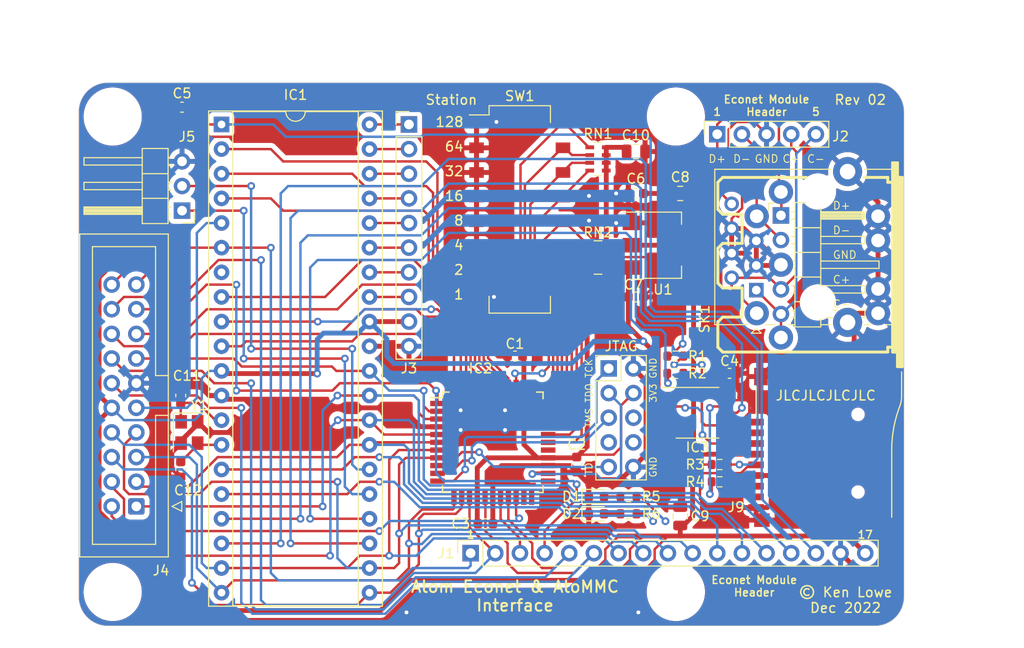
<source format=kicad_pcb>
(kicad_pcb (version 20221018) (generator pcbnew)
  (title_block (title "Atom Econet and AtoMMC Interface") (date "2022-05-01") (rev "01") (company "Ken Lowe"))
  (layers (0 "F.Cu" signal) (31 "B.Cu" signal) (34 "B.Paste" user) (35 "F.Paste" user) (36 "B.SilkS" user "B.Silkscreen") (37 "F.SilkS" user "F.Silkscreen") (38 "B.Mask" user) (39 "F.Mask" user) (44 "Edge.Cuts" user))
  (net 0 "")
  (net 1 "GND")
  (net 2 "/Data-")
  (net 3 "/Data+")
  (net 4 "+5V")
  (net 5 "/Econet_ADLC")
  (net 6 "/Clk-")
  (net 7 "/Clk+")
  (net 8 "+3V3")
  (net 9 "/~{SS}")
  (net 10 "/MOSI")
  (net 11 "/CLK")
  (net 12 "Net-(D1-A)")
  (net 13 "Net-(D2-A)")
  (net 15 "Net-(IC1-INT{slash}RB0)")
  (net 16 "Net-(IC1-RB1)")
  (net 17 "Net-(IC1-RB2)")
  (net 18 "Net-(IC1-PGM{slash}RB3)")
  (net 19 "Net-(IC1-RB4)")
  (net 20 "/D7")
  (net 21 "/D6")
  (net 22 "/D5")
  (net 23 "/D4")
  (net 24 "/MISO")
  (net 25 "/D3")
  (net 26 "/D2")
  (net 27 "/D1")
  (net 28 "/D0")
  (net 29 "/BSY")
  (net 30 "/ERR")
  (net 31 "/OSC1")
  (net 32 "/~{PICEn}")
  (net 33 "/~{WR}")
  (net 34 "/~{RD}")
  (net 35 "Net-(IC1-RB5)")
  (net 36 "/~{IRQ}")
  (net 37 "/~{NMI}")
  (net 38 "/LA2")
  (net 39 "/LA1")
  (net 40 "/LA0")
  (net 41 "/~{RST}")
  (net 42 "Net-(IC1-PGC{slash}RB6)")
  (net 43 "Net-(IC1-PGD{slash}RB7)")
  (net 47 "/StId0")
  (net 48 "/StId1")
  (net 49 "/StId2")
  (net 50 "/StId3")
  (net 51 "/StId4")
  (net 52 "/StId5")
  (net 54 "/StId6")
  (net 55 "/StId7")
  (net 56 "/~{B400}")
  (net 57 "/A1")
  (net 58 "/A0")
  (net 59 "/A3")
  (net 60 "/A2")
  (net 61 "/PHI2")
  (net 62 "/R{slash}~{WR}")
  (net 63 "/SerRx")
  (net 64 "/SerTx")
  (net 65 "Net-(IC3-Pad2)")
  (net 66 "/SD_MOSI")
  (net 67 "Net-(IC3-Pad5)")
  (net 68 "/SD_CLK")
  (net 69 "/~{SD_CS}")
  (net 70 "Net-(IC3-Pad9)")
  (net 71 "Net-(IC3-Pad12)")
  (net 72 "/SD_MISO")
  (net 73 "/JTAG_TDI")
  (net 74 "/JTAG_TMS")
  (net 75 "/JTAG_TCK")
  (net 76 "/JTAG_TDO")
  (net 80 "/OSC2")
  (footprint "Connector_PinSocket_2.54mm:PinSocket_1x05_P2.54mm_Vertical" (layer "F.Cu") (at 155.675 61.375 90)
    (fp_text reference "J2")
    (fp_text value "Conn_01x05")
  )
  (footprint "Connector_PinSocket_2.54mm:PinSocket_1x17_P2.54mm_Vertical" (layer "F.Cu") (at 130.275 104.555 90)
    (fp_text reference "J1")
    (fp_text value "Conn_01x17")
  )
  (footprint "Resistor_SMD:R_0603_1608Metric" (layer "F.Cu") (at 151.357 84.245)
    (fp_text reference "R1")
    (fp_text value "3K3")
  )
  (footprint "Resistor_SMD:R_Array_Concave_4x0603" (layer "F.Cu") (at 143.395 74.085)
    (fp_text reference "RN2")
    (fp_text value "10K0")
  )
  (footprint "Resistor_SMD:R_Array_Concave_4x0603" (layer "F.Cu") (at 143.395 63.925)
    (fp_text reference "RN1")
    (fp_text value "10K0")
  )
  (footprint "Button_Switch_SMD:SW_DIP_SPSTx08_Slide_Omron_A6S-810x_W8.9mm_P2.54mm" (layer "F.Cu") (at 135.336 69.127)
    (fp_text reference "SW1")
    (fp_text value "SW_DIP_x08")
  )
  (footprint "Econet_AtoMMC:CombinedDIN5RJ45PinHeader90Deg" (layer "F.Cu") (at 165.2361 74.82622 90)
    (fp_text reference "SK1")
    (fp_text value "DIN-5 / RJ45" hide)
  )
  (footprint "Resistor_SMD:R_0603_1608Metric" (layer "F.Cu") (at 151.357 86.023)
    (fp_text reference "R2")
    (fp_text value "3K3")
  )
  (footprint "Econet_AtoMMC:SUNTECH_ST-TF-003A" (layer "F.Cu") (at 164.775 93.305 90)
    (fp_text reference "J9")
    (fp_text value "Micro_SD_Card_Det")
  )
  (footprint "Connector_PinHeader_2.54mm:PinHeader_1x10_P2.54mm_Vertical" (layer "F.Cu") (at 123.925 60.369)
    (fp_text reference "J3")
    (fp_text value "Conn_01x10")
  )
  (footprint "LED_SMD:LED_0603_1608Metric" (layer "F.Cu") (at 143.229 98.723)
    (fp_text reference "D1")
    (fp_text value "Red")
  )
  (footprint "Capacitor_SMD:C_0603_1608Metric" (layer "F.Cu") (at 147.293 67.481 180)
    (fp_text reference "C6")
    (fp_text value "100nF")
  )
  (footprint "Capacitor_SMD:C_0603_1608Metric" (layer "F.Cu") (at 100.557 58.591)
    (fp_text reference "C5")
    (fp_text value "100nF")
  )
  (footprint "Capacitor_SMD:C_0603_1608Metric" (layer "F.Cu") (at 141.197 95.421 -90)
    (fp_text reference "C2")
    (fp_text value "100nF")
  )
  (footprint "Connector_PinHeader_2.54mm:PinHeader_1x03_P2.54mm_Horizontal" (layer "F.Cu") (at 100.557 69.254 180)
    (fp_text reference "J5")
    (fp_text value "Conn_01x03")
  )
  (footprint "Resistor_SMD:R_0603_1608Metric" (layer "F.Cu") (at 155.929 97.199)
    (fp_text reference "R4")
    (fp_text value "3K3")
  )
  (footprint "Connector_IDC:IDC-Header_2x10_P2.54mm_Vertical" (layer "F.Cu") (at 95.8485 99.734 180)
    (fp_text reference "J4")
    (fp_text value "Conn_02x10_Odd_Even")
  )
  (footprint "Resistor_SMD:R_0603_1608Metric" (layer "F.Cu") (at 155.929 95.421 180)
    (fp_text reference "R3")
    (fp_text value "3K3")
  )
  (footprint "Connector_PinHeader_2.54mm:PinHeader_2x05_P2.54mm_Vertical" (layer "F.Cu") (at 144.499 85.515)
    (fp_text reference "J8" hide)
    (fp_text value "Conn_02x05_Odd_Even")
  )
  (footprint "Capacitor_SMD:C_0603_1608Metric" (layer "F.Cu") (at 100.4205 88.304 -90)
    (fp_text reference "C11")
    (fp_text value "12pF")
  )
  (footprint "Resistor_SMD:R_0603_1608Metric" (layer "F.Cu") (at 146.531 98.723)
    (fp_text reference "R5")
    (fp_text value "330R")
  )
  (footprint "Capacitor_SMD:C_0603_1608Metric" (layer "F.Cu") (at 131.799 101.517)
    (fp_text reference "C3")
    (fp_text value "100nF")
  )
  (footprint "LED_SMD:LED_0603_1608Metric" (layer "F.Cu") (at 143.229 100.501)
    (fp_text reference "D2")
    (fp_text value "Green")
  )
  (footprint "Capacitor_SMD:C_0603_1608Metric" (layer "F.Cu") (at 147.293 78.149)
    (fp_text reference "C7")
    (fp_text value "100nF")
  )
  (footprint "Package_SO:TSSOP-14_4.4x5mm_P0.65mm" (layer "F.Cu") (at 153.643 90.087)
    (fp_text reference "IC3")
    (fp_text value "74LVC125")
  )
  (footprint "Capacitor_SMD:C_0805_2012Metric" (layer "F.Cu") (at 151.865 67.481)
    (fp_text reference "C8")
    (fp_text value "10uF")
  )
  (footprint "Capacitor_SMD:C_0805_2012Metric" (layer "F.Cu") (at 151.865 100.755 90)
    (fp_text reference "C9")
    (fp_text value "10uF")
  )
  (footprint "Capacitor_SMD:C_0603_1608Metric" (layer "F.Cu") (at 100.4205 95.924 -90)
    (fp_text reference "C12")
    (fp_text value "12pF")
  )
  (footprint "Resistor_SMD:R_0603_1608Metric" (layer "F.Cu") (at 146.531 100.501)
    (fp_text reference "R6")
    (fp_text value "330R")
  )
  (footprint "Capacitor_SMD:C_0805_2012Metric" (layer "F.Cu") (at 147.293 63.163)
    (fp_text reference "C10")
    (fp_text value "10uF")
  )
  (footprint "Package_QFP:TQFP-44_10x10mm_P0.8mm" (layer "F.Cu") (at 132.561 93.13)
    (fp_text reference "IC2")
    (fp_text value "XC9572XL-10VQG44C")
  )
  (footprint "Package_DIP:DIP-40_W15.24mm_Socket" (layer "F.Cu") (at 104.621 60.369)
    (fp_text reference "IC1")
    (fp_text value "PIC18F4525")
  )
  (footprint "Capacitor_SMD:C_0603_1608Metric" (layer "F.Cu") (at 134.847 84.245 180)
    (fp_text reference "C1")
    (fp_text value "100nF")
  )
  (footprint "Crystal:Crystal_SMD_3225-4Pin_3.2x2.5mm" (layer "F.Cu") (at 101.3095 92.114 -90)
    (fp_text reference "Y1")
    (fp_text value "10MHz")
  )
  (footprint "Capacitor_SMD:C_0603_1608Metric" (layer "F.Cu") (at 156.945 86.023)
    (fp_text reference "C4")
    (fp_text value "100nF")
  )
  (footprint "Package_TO_SOT_SMD:SOT-223-3_TabPin2" (layer "F.Cu") (at 150.087 72.815)
    (fp_text reference "U1")
    (fp_text value "AMS1117-3.3")
  )
  (footprint "MountingHole:MountingHole_2.7mm" (layer "B.Cu") (at 93.415 59.555)
    (fp_text reference "H1" hide)
    (fp_text value "MountingHole")
  )
  (footprint "MountingHole:MountingHole_2.7mm" (layer "B.Cu") (at 151.415 59.555)
    (fp_text reference "H2" hide)
    (fp_text value "MountingHole")
  )
  (footprint "MountingHole:MountingHole_2.7mm" (layer "B.Cu") (at 151.415 108.555)
    (fp_text reference "H3" hide)
    (fp_text value "MountingHole")
  )
  (footprint "MountingHole:MountingHole_2.7mm" (layer "B.Cu") (at 93.415 108.555)
    (fp_text reference "H4" hide)
    (fp_text value "MountingHole")
  )
  (gr_arc (start 171.915 56.055) (mid 174.03632 56.93368) (end 174.915 59.055) (stroke (width 0.05)) (layer "Edge.Cuts"))
  (gr_arc (start 89.915 59.055) (mid 90.79368 56.93368) (end 92.915 56.055) (stroke (width 0.05)) (layer "Edge.Cuts"))
  (gr_arc (start 92.915 112.055) (mid 90.79368 111.17632) (end 89.915 109.055) (stroke (width 0.05)) (layer "Edge.Cuts"))
  (gr_line (start 89.915 109.055) (end 89.915 59.055) (stroke (width 0.05)) (layer "Edge.Cuts"))
  (gr_arc (start 174.915 109.055) (mid 174.03632 111.17632) (end 171.915 112.055) (stroke (width 0.05)) (layer "Edge.Cuts"))
  (gr_line (start 92.915 56.055) (end 171.915 56.055) (stroke (width 0.05)) (layer "Edge.Cuts"))
  (gr_line (start 174.915 59.055) (end 174.915 109.055) (stroke (width 0.05)) (layer "Edge.Cuts"))
  (gr_line (start 171.915 112.055) (end 92.915 112.055) (stroke (width 0.05)) (layer "Edge.Cuts"))
  (gr_text "17" (at 170.915 102.65) (layer "F.SilkS") (effects (font (size 0.8 0.8))))
  (gr_text "5" (at 165.835 59.065) (layer "F.SilkS") (effects (font (size 0.8 0.8))))
  (gr_text "1" (at 155.675 59.065) (layer "F.SilkS") (effects (font (size 0.8 0.8))))
  (gr_text "Econet Module\nHeader" (at 160.755 58.43) (layer "F.SilkS") (effects (font (size 0.8 0.8))))
  (gr_text "Econet Module\nHeader" (at 159.485 107.96) (layer "F.SilkS") (effects (font (size 0.8 0.8))))
  (gr_text "Rev 02" (at 170.407 57.829) (layer "F.SilkS") (effects (font (size 1 1))))
  (gr_text "2" (at 129.6305 75.355) (layer "F.SilkS") (effects (font (size 1 1)) (justify right)))
  (gr_text "Station" (at 131.037 57.829) (layer "F.SilkS") (effects (font (size 1 1)) (justify right)))
  (gr_text "GND" (at 149.071 85.485 90) (layer "F.SilkS") (effects (font (size 0.7 0.7) (thickness 0.1))))
  (gr_text "8" (at 129.6305 70.275) (layer "F.SilkS") (effects (font (size 1 1)) (justify right)))
  (gr_text "4" (at 129.6305 72.815) (layer "F.SilkS") (effects (font (size 1 1)) (justify right)))
  (gr_text "16" (at 129.6305 67.735) (layer "F.SilkS") (effects (font (size 1 1)) (justify right)))
  (gr_text "32" (at 129.6305 65.195) (layer "F.SilkS") (effects (font (size 1 1)) (justify right)))
  (gr_text "GND" (at 149.071 95.675 90) (layer "F.SilkS") (effects (font (size 0.7 0.7) (thickness 0.1))))
  (gr_text "64" (at 129.6305 62.655) (layer "F.SilkS") (effects (font (size 1 1)) (justify right)))
  (gr_text "1" (at 129.6305 77.895) (layer "F.SilkS") (effects (font (size 1 1)) (justify right)))
  (gr_text "D-" (at 167.5221 71.27022) (layer "F.SilkS") (effects (font (size 0.8 0.8) (thickness 0.1)) (justify left)))
  (gr_text "C+" (at 163.295 63.915) (layer "F.SilkS") (effects (font (size 0.8 0.8) (thickness 0.1))))
  (gr_text "TDI" (at 142.467 95.675 90) (layer "F.SilkS") (effects (font (size 0.7 0.7) (thickness 0.1))))
  (gr_text "JLCJLCJLCJLC" (at 166.851 88.309) (layer "F.SilkS") (effects (font (size 1 1))))
  (gr_text "1" (at 130.275 102.65) (layer "F.SilkS") (effects (font (size 0.8 0.8))))
  (gr_text "C+" (at 167.5221 76.35022) (layer "F.SilkS") (effects (font (size 0.8 0.8) (thickness 0.1)) (justify left)))
  (gr_text "GND" (at 160.755 63.915) (layer "F.SilkS") (effects (font (size 0.8 0.8) (thickness 0.1))))
  (gr_text "3V3" (at 149.071 88.055 90) (layer "F.SilkS") (effects (font (size 0.7 0.7) (thickness 0.1))))
  (gr_text "TCK" (at 142.467 85.515 90) (layer "F.SilkS") (effects (font (size 0.7 0.7) (thickness 0.1))))
  (gr_text "C-" (at 167.5221 78.89022) (layer "F.SilkS") (effects (font (size 0.8 0.8) (thickness 0.1)) (justify left)))
  (gr_text "© Ken Lowe\nDec 2022" (at 168.883 109.391) (layer "F.SilkS") (effects (font (size 1 1))))
  (gr_text "Atom Econet & AtoMMC\nInterface" (at 134.847 108.976) (layer "F.SilkS") (effects (font (size 1.2 1.2) (thickness 0.2))))
  (gr_text "D+" (at 167.5221 68.73022) (layer "F.SilkS") (effects (font (size 0.8 0.8) (thickness 0.1)) (justify left)))
  (gr_text "128" (at 129.6305 60.115) (layer "F.SilkS") (effects (font (size 1 1)) (justify right)))
  (gr_text "C-" (at 165.835 63.915) (layer "F.SilkS") (effects (font (size 0.8 0.8) (thickness 0.1))))
  (gr_text "JTAG" (at 145.769 83.229) (layer "F.SilkS") (effects (font (size 1 1))))
  (gr_text "GND" (at 167.5221 73.81022) (layer "F.SilkS") (effects (font (size 0.8 0.8) (thickness 0.1)) (justify left)))
  (gr_text "TMS" (at 142.467 90.595 90) (layer "F.SilkS") (effects (font (size 0.7 0.7) (thickness 0.1))))
  (gr_text "D-" (at 158.215 63.915) (layer "F.SilkS") (effects (font (size 0.8 0.8) (thickness 0.1))))
  (gr_text "TDO" (at 142.467 88.055 90) (layer "F.SilkS") (effects (font (size 0.7 0.7) (thickness 0.1))))
  (gr_text "D+" (at 155.675 63.915) (layer "F.SilkS") (effects (font (size 0.8 0.8) (thickness 0.1))))
  (segment (start 171.531 101.155) (end 172.947 99.739) (width 0.5) (layer "F.Cu") (net 1))
  (segment (start 119.861 83.229) (end 123.925 83.229) (width 0.5) (layer "F.Cu") (net 1))
  (segment (start 169.775 85.455) (end 169.775 81.44512) (width 0.5) (layer "F.Cu") (net 1))
  (segment (start 149.579 95.675) (end 152.119 98.215) (width 0.5) (layer "F.Cu") (net 1))
  (segment (start 133.468 95.53) (end 138.261 95.53) (width 0.5) (layer "F.Cu") (net 1))
  (segment (start 132.49025 80.61825) (end 134.085 82.213) (width 0.5) (layer "F.Cu") (net 1))
  (segment (start 172.947 86.531) (end 171.871 85.455) (width 0.5) (layer "F.Cu") (net 1))
  (segment (start 169.0989 65.22902) (end 172.2361 68.36622) (width 0.5) (layer "F.Cu") (net 1))
  (segment (start 148.243 65.891) (end 148.309 65.957) (width 0.5) (layer "F.Cu") (net 1))
  (segment (start 159.6989 74.90402) (end 162.1583 74.90402) (width 0.5) (layer "F.Cu") (net 1))
  (segment (start 101.332 58.591) (end 105.891 58.591) (width 0.25) (layer "F.Cu") (net 1))
  (segment (start 152.119 98.215) (end 152.119 99.805) (width 0.5) (layer "F.Cu") (net 1))
  (segment (start 148.817 74.593) (end 148.264489 74.040489) (width 0.25) (layer "F.Cu") (net 1))
  (segment (start 106.145 61.385) (end 105.891 61.639) (width 0.25) (layer "F.Cu") (net 1))
  (segment (start 169.775 101.155) (end 171.531 101.155) (width 0.5) (layer "F.Cu") (net 1))
  (segment (start 134.085 82.213) (end 134.085 84.232) (width 0.5) (layer "F.Cu") (net 1))
  (segment (start 172.327 72.186) (end 172.327 79.686) (width 0.25) (layer "F.Cu") (net 1))
  (segment (start 132.561 98.83) (end 132.561 96.437) (width 0.5) (layer "F.Cu") (net 1))
  (segment (start 100.4205 96.699) (end 99.49598 95.77448) (width 0.5) (layer "F.Cu") (net 1))
  (segment (start 158.693 88.787) (end 158.977 89.071) (width 0.25) (layer "F.Cu") (net 1))
  (segment (start 142.4415 100.501) (end 142.4415 98.723) (width 0.5) (layer "F.Cu") (net 1))
  (segment (start 145.739489 96.974511) (end 147.039 95.675) (width 0.5) (layer "F.Cu") (net 1))
  (segment (start 159.495 60.115) (end 160.755 61.375) (width 0.25) (layer "F.Cu") (net 1))
  (segment (start 172.2361 69.82622) (end 172.2361 72.32622) (width 0.5) (layer "F.Cu") (net 1))
  (segment (start 165.74992 84.118) (end 169.0989 80.76902) (width 0.5) (layer "F.Cu") (net 1))
  (segment (start 148.817 77.387) (end 148.817 74.593) (width 0.25) (layer "F.Cu") (net 1))
  (segment (start 148.068 78.149) (end 149.071 78.149) (width 0.25) (layer "F.Cu") (net 1))
  (segment (start 105.891 58.591) (end 106.145 58.845) (width 0.25) (layer "F.Cu") (net 1))
  (segment (start 141.197 96.196) (end 141.975511 96.974511) (width 0.5) (layer "F.Cu") (net 1))
  (segment (start 150.7805 92.037) (end 150.7805 93.702218) (width 0.25) (layer "F.Cu") (net 1))
  (segment (start 130.886 79.014) (end 132.49025 80.61825) (width 0.5) (layer "F.Cu") (net 1))
  (segment (start 170.0417 79.82622) (end 169.0989 80.76902) (width 0.5) (layer "F.Cu") (net 1))
  (segment (start 149.81752 92.037) (end 150.7805 92.037) (width 0.25) (layer "F.Cu") (net 1))
  (segment (start 132.561 96.437) (end 133.468 95.53) (width 0.5) (layer "F.Cu") (net 1))
  (segment (start 168.375 104.555) (end 169.909 106.089) (width 0.5) (layer "F.Cu") (net 1))
  (segment (start 154.775 99.855) (end 159.675 99.855) (width 0.25) (layer "F.Cu") (net 1))
  (segment (start 148.338511 86.814511) (end 148.338511 94.375489) (width 0.5) (layer "F.Cu") (net 1))
  (segment (start 107.73025 89.64475) (end 107.73025 89.703141) (width 0.5) (layer "F.Cu") (net 1))
  (segment (start 148.338511 94.375489) (end 147.039 95.675) (width 0.5) (layer "F.Cu") (net 1))
  (segment (start 160.775 96.555) (end 159.675 96.555) (width 0.25) (layer "F.Cu") (net 1))
  (segment (start 158.977 90.087) (end 158.327 90.737) (width 0.25) (layer "F.Cu") (net 1))
  (segment (start 142.4415 97.4405) (end 141.975511 96.974511) (width 0.5) (layer "F.Cu") (net 1))
  (segment (start 149.64552 91.865) (end 149.81752 92.037) (width 0.25) (layer "F.Cu") (net 1))
  (segment (start 158.233411 68.999098) (end 158.233411 64.578411) (width 0.25) (layer "F.Cu") (net 1))
  (segment (start 157.1589 70.073609) (end 158.233411 68.999098) (width 0.25) (layer "F.Cu") (net 1))
  (segment (start 123.925 83.229) (end 126.973 83.229) (width 0.25) (layer "F.Cu") (net 1))
  (segment (start 159.625 84.118) (end 157.72 86.023) (width 0.5) (layer "F.Cu") (net 1))
  (segment (start 150.7805 90.087) (end 149.64552 90.087) (width 0.25) (layer "F.Cu") (net 1))
  (segment (start 150.7805 93.702218) (end 153.897 96.818718) (width 0.25) (layer "F.Cu") (net 1))
  (segment (start 169.775 85.455) (end 161.075 85.455) (width 0.5) (layer "F.Cu") (net 1))
  (segment (start 172.2361 72.32622) (end 172.2361 77.32622) (width 0.5) (layer "F.Cu") (net 1))
  (segment (start 145.275 70.515) (end 145.261 70.529) (width 0.25) (layer "F.Cu") (net 1))
  (segment (start 171.823 101.155) (end 172.947 102.279) (width 0.5) (layer "F.Cu") (net 1))
  (segment (start 158.977 89.071) (end 158.977 90.087) (width 0.25) (layer "F.Cu") (net 1))
  (segment (start 149.711493 88.137) (end 150.7805 88.137) (width 0.25) (layer "F.Cu") (net 1))
  (segment (start 147.039 85.515) (end 148.338511 86.814511) (width 0.5) (layer "F.Cu") (net 1))
  (segment (start 127.989 88.563) (end 127.989 91.357) (width 0.25) (layer "F.Cu") (net 1))
  (segment (start 171.871 85.455) (end 169.775 85.455) (width 0.5) (layer "F.Cu") (net 1))
  (segment (start 172.2361 79.82622) (end 170.0417 79.82622) (width 0.5) (layer "F.Cu") (net 1))
  (segment (start 159.675 100.555) (end 160.275 101.155) (width 0.5) (layer "F.Cu") (net 1))
  (segment (start 148.243 63.163) (end 148.243 65.891) (width 0.5) (layer "F.Cu") (net 1))
  (segment (start 138.261 95.53) (end 140.531 95.53) (width 0.5) (layer "F.Cu") (net 1))
  (segment (start 156.5055 88.787) (end 158.693 88.787) (width 0.25) (layer "F.Cu") (net 1))
  (segment (start 152.881 66.211) (end 152.881 67.415) (width 0.5) (layer "F.Cu") (net 1))
  (segment (start 146.518 67.481) (end 145.261 67.481) (width 0.25) (layer "F.Cu") (net 1))
  (segment (start 153.897 98.977) (end 154.775 99.855) (width 0.25) (layer "F.Cu") (net 1))
  (segment (start 160.893 99.855) (end 161.263 99.485) (width 0.25) (layer "F.Cu") (net 1))
  (segment (start 130.886 78.017) (end 130.886 79.014) (width 0.5) (layer "F.Cu") (net 1))
  (segment (start 161.263 97.043) (end 161.263 99.485) (width 0.25) (layer "F.Cu") (net 1))
  (segment (start 105.891 61.639) (end 101.319 61.639) (width 0.25) (layer "F.Cu") (net 1))
  (segment (start 127.816 91.53) (end 126.861 91.53) (width 0.25) (layer "F.Cu") (net 1))
  (segment (start 146.518 67.481) (end 146.518 66.478) (width 0.5) (layer "F.Cu") (net 1))
  (segment (start 146.518 66.478) (end 147.039 65.957) (width 0.5) (layer "F.Cu") (net 1))
  (segment (start 161.624407 84.118) (end 159.625 84.118) (width 0.5) (layer "F.Cu") (net 1))
  (segment (start 153.54588 67.481) (end 157.1589 71.09402) (width 0.5) (layer "F.Cu") (net 1))
  (segment (start 122.868718 89.579) (end 113.7605 89.579) (width 0.5) (layer "F.Cu") (net 1))
  (segment (start 147.039 65.957) (end 148.309 65.957) (width 0.5) (layer "F.Cu") (net 1))
  (segment (start 113.7605 89.579) (end 107.796 89.579) (width 0.5) (layer "F.Cu") (net 1))
  (segment (start 169.909 106.089) (end 171.677 106.089) (width 0.5) (layer "F.Cu") (net 1))
  (segment (start 102.1595 91.264) (end 100.4595 92.964) (width 0.5) (layer "F.Cu") (net 1))
  (segment (start 172.947 104.819) (end 172.947 102.279) (width 0.5) (layer "F.Cu") (net 1))
  (segment (start 132.561 98.83) (end 132.561 101.504) (width 0.5) (layer "F.Cu") (net 1))
  (segment (start 140.531 95.53) (end 141.197 96.196) (width 0.5) (layer "F.Cu") (net 1))
  (segment (start 145.261 74.548489) (end 145.261 80.943) (width 0.25) (layer "F.Cu") (net 1))
  (segment (start 149.64552 90.087) (end 149.64552 88.49648) (width 0.25) (layer "F.Cu") (net 1))
  (segment (start 156.849511 63.194511) (end 156.849511 60.877) (width 0.25) (layer "F.Cu") (net 1))
  (segment (start 102.076 87.034) (end 95.8485 87.034) (width 0.5) (layer "F.Cu") (net 1))
  (segment (start 172.947 99.739) (end 172.947 86.531) (width 0.5) (layer "F.Cu") (net 1))
  (segment (start 158.327 90.737) (end 156.5055 90.737) (width 0.25) (layer "F.Cu") (net 1))
  (segment (start 147.039 82.721) (end 147.039 85.515) (width 0.25) (layer "F.Cu") (net 1))
  (segment (start 158.4289 71.09402) (end 159.6989 72.36402) (width 0.5) (layer "F.Cu") (net 1))
  (segment (start 106.145 58.845) (end 106.145 61.385) (width 0.25) (layer "F.Cu") (net 1))
  (segment (start 157.1589 71.09402) (end 157.1589 70.073609) (width 0.25) (layer "F.Cu") (net 1))
  (segment (start 132.6785 78.144) (end 131.013 78.144) (width 0.5) (layer "F.Cu") (net 1))
  (segment (start 157.1589 73.63402) (end 158.4289 73.63402) (width 0.5) (layer "F.Cu") (net 1))
  (segment (start 159.6989 74.90402) (end 159.6989 72.36402) (width 0.5) (layer "F.Cu") (net 1))
  (segment (start 148.068 78.136) (end 148.817 77.387) (width 0.25) (layer "F.Cu") (net 1))
  (segment (start 145.8865 58.591) (end 131.4035 58.591) (width 0.5) (layer "F.Cu") (net 1))
  (segment (start 107.73025 89.703141) (end 105.314391 92.119) (width 0.5) (layer "F.Cu") (net 1))
  (segment (start 126.861 91.53) (end 124.819718 91.53) (width 0.5) (layer "F.Cu") (net 1))
  (segment (start 107.796 89.4565) (end 107.0295 88.69) (width 0.5) (layer "F.Cu") (net 1))
  (segment (start 142.467 67.735) (end 142.467 70.275) (width 0.25) (layer "F.Cu") (net 1))
  (segment (start 152.815 67.481) (end 153.54588 67.481) (width 0.5) (layer "F.Cu") (net 1))
  (segment (start 127.735 83.991) (end 127.735 88.309) (width 0.25) (layer "F.Cu") (net 1))
  (segment (start 169.775 101.155) (end 171.823 101.155) (width 0.5) (layer "F.Cu") (net 1))
  (segment (start 100.557 62.401) (end 100.557 64.174) (width 0.25) (layer "F.Cu") (net 1))
  (segment (start 149.64552 88.49648) (end 150.005 88.137) (width 0.25) (layer "F.Cu") (net 1))
  (segment (start 130.886 59.1085) (end 130.886 78.017) (width 0.5) (layer "F.Cu") (net 1))
  (segment (start 141.975511 96.974511) (end 145.739489 96.974511) (width 0.5) (layer "F.Cu") (net 1))
  (segment (start 159.675 99.855) (end 160.893 99.855) (width 0.25) (layer "F.Cu") (net 1))
  (segment (start 160.275 101.155) (end 169.775 101.155) (width 0.5) (layer "F.Cu") (net 1))
  (segment (start 149.64552 90.087) (end 149.64552 91.865) (width 0.25) (layer "F.Cu") (net 1))
  (segment (start 159.7739 72.36402) (end 162.2361 74.82622) (width 0.5) (layer "F.Cu") (net 1))
  (segment (start 172.2361 68.36622) (end 172.2361 69.82622) (width 0.5) (layer "F.Cu") (net 1))
  (segment (start 158.4289 73.63402) (end 159.6989 74.90402) (width 0.5) (layer "F.Cu") (net 1))
  (segment (start 155.959389 74.833531) (end 155.959389 78.452982) (width 0.5) (layer "F.Cu") (net 1))
  (segment (start 161.075 85.455) (end 160.175 86.355) (width 0.5) (layer "F.Cu") (net 1))
  (segment (start 148.309 65.957) (end 152.627 65.957) (width 0.5) (layer "F.Cu") (net 1))
  (segment (start 153.897 96.818718) (end 153.897 98.977) (width 0.25) (layer "F.Cu") (net 1))
  (segment (start 142.4415 98.723) (end 142.4415 97.4405) (width 0.5) (layer "F.Cu") (net 1))
  (segment (start 107.796 89.579) (end 107.796 89.4565) (width 0.5) (layer "F.Cu") (net 1))
  (segment (start 157.72 86.023) (end 157.72 87.814) (width 0.25) (layer "F.Cu") (net 1))
  (segment (start 157.1589 71.09402) (end 158.4289 71.09402) (width 0.5) (layer "F.Cu") (net 1))
  (segment (start 157.72 86.023) (end 157.72 80.213593) (width 0.5) (layer "F.Cu") (net 1))
  (segment (start 148.264489 74.040489) (end 145.769 74.040489) (width 0.25) (layer "F.Cu") (net 1))
  (segment (start 99.49598 94.17752) (end 100.4595 93.214) (width 0.5) (layer "F.Cu") (net 1))
  (segment (start 148.243 60.9475) (end 145.8865 58.591) (width 0.5) (layer "F.Cu") (net 1))
  (segment (start 145.769 74.040489) (end 145.261 74.548489) (width 0.25) (layer "F.Cu") (net 1))
  (segment (start 146.937 70.515) (end 145.275 70.515) (width 0.25) (layer "F.Cu") (net 1))
  (segment (start 132.9325 60.11) (end 131.013 60.11) (width 0.5) (layer "F.Cu") (net 1))
  (segment (start 145.261 70.529) (end 145.261 67.481) (width 0.25) (layer "F.Cu") (net 1))
  (segment (start 107.796 89.579) (end 107.73025 89.64475) (width 0.5) (layer "F.Cu") (net 1))
  (segment (start 157.72 87.814) (end 158.693 88.787) (width 0.25) (layer "F.Cu") (net 1))
  (segment (start 172.2361 77.32622) (end 172.2361 79.82622) (width 0.5) (layer "F.Cu") (net 1))
  (segment (start 148.243 63.163) (end 148.243 60.9475) (width 0.5) (layer "F.Cu") (net 1))
  (segment (start 101.319 61.639) (end 100.557 62.401) (width 0.25) (layer "F.Cu") (net 1))
  (segment (start 161.624407 84.118) (end 165.74992 84.118) (width 0.5) (layer "F.Cu") (net 1))
  (segment (start 149.071 78.149) (end 149.711493 78.789493) (width 0.25) (layer "F.Cu") (net 1))
  (segment (start 146.518 67.481) (end 146.518 70.096) (width 0.5) (layer "F.Cu") (net 1))
  (segment (start 104.621 88.309) (end 103.351 88.309) (width 0.5) (layer "F.Cu") (net 1))
  (segment (start 103.2645 92.119) (end 102.1595 91.014) (width 0.5) (layer "F.Cu") (net 1))
  (segment (start 157.1589 73.63402) (end 155.959389 74.833531) (width 0.5) (layer "F.Cu") (net 1))
  (segment (start 105.314391 92.119) (end 103.2645 92.119) (width 0.5) (layer "F.Cu") (net 1))
  (segment (start 147.039 95.675) (end 149.579 95.675) (width 0.5) (layer "F.Cu") (net 1))
  (segment (start 157.1589 71.09402) (end 157.1589 73.63402) (width 0.5) (layer "F.Cu") (net 1))
  (segment (start 159.675 99.855) (end 159.675 100.555) (width 0.5) (layer "F.Cu") (net 1))
  (segment (start 158.233411 64.578411) (end 156.849511 63.194511) (width 0.25) (layer "F.Cu") (net 1))
  (segment (start 124.819718 91.53) (end 122.868718 89.579) (width 0.5) (layer "F.Cu") (net 1))
  (segment (start 171.677 106.089) (end 172.947 104.819) (width 0.5) (layer "F.Cu") (net 1))
  (segment (start 127.735 88.309) (end 127.989 88.563) (width 0.25) (layer "F.Cu") (net 1))
  (segment (start 149.711493 78.789493) (end 149.711493 88.137) (width 0.25) (layer "F.Cu") (net 1))
  (segment (start 145.261 80.943) (end 147.039 82.721) (width 0.25) (layer "F.Cu") (net 1))
  (segment (start 126.973 83.229) (end 127.735 83.991) (width 0.25) (layer "F.Cu") (net 1))
  (segment (start 99.49598 95.77448) (end 99.49598 94.17752) (width 0.5) (layer "F.Cu") (net 1))
  (segment (start 161.263 97.043) (end 160.775 96.555) (width 0.25) (layer "F.Cu") (net 1))
  (segment (start 157.72 80.213593) (end 155.959389 78.452982) (width 0.5) (layer "F.Cu") (net 1))
  (segment (start 157.611511 60.115) (end 159.495 60.115) (width 0.25) (layer "F.Cu") (net 1))
  (segment (start 152.627 65.957) (end 152.881 66.211) (width 0.5) (layer "F.Cu") (net 1))
  (segment (start 156.849511 60.877) (end 157.611511 60.115) (width 0.25) (layer "F.Cu") (net 1))
  (segment (start 131.4035 58.591) (end 130.886 59.1085) (width 0.5) (layer "F.Cu") (net 1))
  (segment (start 150.005 88.137) (end 150.7805 88.137) (width 0.25) (layer "F.Cu") (net 1))
  (segment (start 107.0295 88.69) (end 105.002 88.69) (width 0.5) (layer "F.Cu") (net 1))
  (segment (start 127.989 91.357) (end 127.816 91.53) (width 0.25) (layer "F.Cu") (net 1))
  (segment (start 103.351 88.309) (end 102.076 87.034) (width 0.5) (layer "F.Cu") (net 1))
  (via (at 142.467 70.275) (size 0.8) (drill 0.4) (layers "F.Cu" "B.Cu") (net 1))
  (via (at 133.82 91.86) (size 0.8) (drill 0.4) (layers "F.Cu" "B.Cu") (net 1))
  (via (at 145.261 67.481) (size 0.8) (drill 0.4) (layers "F.Cu" "B.Cu") (net 1))
  (via (at 123.671 110.661) (size 0.8) (drill 0.4) (layers "F.Cu" "B.Cu") (net 1))
  (via (at 132.6785 78.144) (size 0.8) (drill 0.4) (layers "F.Cu" "B.Cu") (net 1))
  (via (at 132.9325 60.11) (size 0.8) (drill 0.4) (layers "F.Cu" "B.Cu") (net 1))
  (via (at 129.25 91.86) (size 0.8) (drill 0.4) (layers "F.Cu" "B.Cu") (net 1))
  (via (at 142.467 67.735) (size 0.8) (drill 0.4) (layers "F.Cu" "B.Cu") (net 1))
  (via (at 129.25 89.828) (size 0.8) (drill 0.4) (layers "F.Cu" "B.Cu") (net 1))
  (via (at 147.547 110.661) (size 0.8) (drill 0.4) (layers "F.Cu" "B.Cu") (net 1))
  (via (at 133.82 89.828) (size 0.8) (drill 0.4) (layers "F.Cu" "B.Cu") (net 1))
  (via (at 145.261 70.529) (size 0.8) (drill 0.4) (layers "F.Cu" "B.Cu") (net 1))
  (segment (start 132.6785 81.7) (end 132.6785 78.144) (width 0.5) (layer "B.Cu") (net 1))
  (segment (start 100.557 59.861) (end 100.557 64.174) (width 0.5) (layer "B.Cu") (net 1))
  (segment (start 132.1705 82.208) (end 132.6785 81.7) (width 0.5) (layer "B.Cu") (net 1))
  (segment (start 131.037 83.229) (end 131.1495 83.229) (width 0.5) (layer "B.Cu") (net 1))
  (segment (start 127.73 60.11) (end 126.465 58.845) (width 0.5) (layer "B.Cu") (net 1))
  (segment (start 142.467 67.735) (end 145.007 67.735) (width 0.25) (layer "B.Cu") (net 1))
  (segment (start 126.465 58.845) (end 101.573 58.845) (width 0.5) (layer "B.Cu") (net 1))
  (segment (start 98.525 66.206) (end 98.525 70.977978) (width 0.5) (layer "B.Cu") (net 1))
  (segment (start 142.467 70.275) (end 145.007 70.275) (width 0.25) (layer "B.Cu") (net 1))
  (segment (start 101.573 58.845) (end 100.557 59.861) (width 0.5) (layer "B.Cu") (net 1))
  (segment (start 100.303 72.755978) (end 100.303 86.277) (width 0.5) (layer "B.Cu") (net 1))
  (segment (start 145.007 70.275) (end 145.261 70.529) (width 0.25) (layer "B.Cu") (net 1))
  (segment (start 100.303 86.277) (end 99.546 87.034) (width 0.5) (layer "B.Cu") (net 1))
  (segment (start 99.546 87.034) (end 95.8485 87.034) (width 0.5) (layer "B.Cu") (net 1))
  (segment (start 132.219 60.11) (end 132.9325 60.11) (width 0.5) (layer "B.Cu") (net 1))
  (segment (start 131.1495 83.229) (end 132.1705 82.208) (width 0.5) (layer "B.Cu") (net 1))
  (segment (start 100.557 64.174) (end 98.525 66.206) (width 0.5) (layer "B.Cu") (net 1))
  (segment (start 123.925 83.229) (end 131.037 83.229) (width 0.5) (layer "B.Cu") (net 1))
  (segment (start 98.525 70.977978) (end 100.303 72.755978) (width 0.5) (layer "B.Cu") (net 1))
  (segment (start 145.007 67.735) (end 145.261 67.481) (width 0.25) (layer "B.Cu") (net 1))
  (segment (start 132.219 60.11) (end 127.73 60.11) (width 0.5) (layer "B.Cu") (net 1))
  (segment (start 162.279 72.307) (end 159.79822 69.82622) (width 0.25) (layer "F.Cu") (net 2))
  (segment (start 158.215 61.375) (end 159.7361 62.8961) (width 0.25) (layer "F.Cu") (net 2))
  (segment (start 159.7361 62.8961) (end 159.7361 69.82622) (width 0.25) (layer "F.Cu") (net 2))
  (segment (start 156.437 59.607) (end 161.263 59.607) (width 0.25) (layer "F.Cu") (net 3))
  (segment (start 162.279 69.767) (end 162.279 67.36912) (width 0.25) (layer "F.Cu") (net 3))
  (segment (start 162.025 60.369) (end 162.025 67.11512) (width 0.25) (layer "F.Cu") (net 3))
  (segment (start 155.675 67.07012) (end 157.1589 68.55402) (width 0.25) (layer "F.Cu") (net 3))
  (segment (start 155.675 60.369) (end 156.437 59.607) (width 0.25) (layer "F.Cu") (net 3))
  (segment (start 155.675 61.375) (end 155.675 60.369) (width 0.25) (layer "F.Cu") (net 3))
  (segment (start 161.263 59.607) (end 162.025 60.369) (width 0.25) (layer "F.Cu") (net 3))
  (segment (start 155.675 61.375) (end 155.675 67.07012) (width 0.25) (layer "F.Cu") (net 3))
  (segment (start 93.3085 89.574) (end 92.008989 90.873511) (width 0.5) (layer "F.Cu") (net 4))
  (segment (start 148.055 82.721) (end 149.071 83.737) (width 0.5) (layer "F.Cu") (net 4))
  (segment (start 153.135 97.199) (end 153.135 100.755) (width 0.5) (layer "F.Cu") (net 4))
  (segment (start 142.213 107.359) (end 144.753 107.359) (width 0.5) (layer "F.Cu") (net 4))
  (segment (start 119.861 80.689) (end 123.925 80.689) (width 0.5) (layer "F.Cu") (net 4))
  (segment (start 104.89598 86.04398) (end 114.473003 86.04398) (width 0.5) (layer "F.Cu") (net 4))
  (segment (start 146.518 81.184) (end 148.055 82.721) (width 0.5) (layer "F.Cu") (net 4))
  (segment (start 144.149511 104.152489) (end 144.149511 105.422489) (width 0.25) (layer "F.Cu") (net 4))
  (segment (start 146.518 78.149) (end 146.518 75.534) (width 0.5) (layer "F.Cu") (net 4))
  (segment (start 150.595 102.787) (end 149.229511 104.152489) (width 0.25) (layer "F.Cu") (net 4))
  (segment (start 148.055 102.787) (end 146.689511 104.152489) (width 0.25) (layer "F.Cu") (net 4))
  (segment (start 93.3085 89.574) (end 92.008989 88.274489) (width 0.5) (layer "F.Cu") (net 4))
  (segment (start 145.515 102.787) (end 148.055 102.787) (width 0.5) (layer "F.Cu") (net 4))
  (segment (start 98.458481 59.914519) (end 98.45848 69.57798) (width 0.5) (layer "F.Cu") (net 4))
  (segment (start 149.071 83.737) (end 149.071 93.135) (width 0.5) (layer "F.Cu") (net 4))
  (segment (start 92.008989 90.873511) (end 92.008989 100.272276) (width 0.5) (layer "F.Cu") (net 4))
  (segment (start 151.865 101.705) (end 151.865 102.787) (width 0.5) (layer "F.Cu") (net 4))
  (segment (start 149.229511 104.152489) (end 149.229511 105.422489) (width 0.25) (layer "F.Cu") (net 4))
  (segment (start 144.753 107.359) (end 147.293 107.359) (width 0.5) (layer "F.Cu") (net 4))
  (segment (start 146.689511 104.152489) (end 146.689511 105.422489) (width 0.25) (layer "F.Cu") (net 4))
  (segment (start 149.229511 105.422489) (end 147.293 107.359) (width 0.5) (layer "F.Cu") (net 4))
  (segment (start 92.008989 76.141511) (end 98.45848 69.69202) (width 0.5) (layer "F.Cu") (net 4))
  (segment (start 149.071 93.135) (end 153.135 97.199) (width 0.5) (layer "F.Cu") (net 4))
  (segment (start 152.185 101.705) (end 153.135 100.755) (width 0.5) (layer "F.Cu") (net 4))
  (segment (start 124.103212 107.359) (end 142.213 107.359) (width 0.5) (layer "F.Cu") (net 4))
  (segment (start 151.865 102.787) (end 169.147 102.787) (width 0.5) (layer "F.Cu") (net 4))
  (segment (start 92.008989 88.274489) (end 92.008989 76.141511) (width 0.5) (layer "F.Cu") (net 4))
  (segment (start 150.595 102.787) (end 151.865 102.787) (width 0.5) (layer "F.Cu") (net 4))
  (segment (start 120.988693 110.473519) (end 124.103212 107.359) (width 0.5) (layer "F.Cu") (net 4))
  (segment (start 99.782 58.591) (end 98.458481 59.914519) (width 0.5) (layer "F.Cu") (net 4))
  (segment (start 146.689511 105.422489) (end 144.753 107.359) (width 0.5) (layer "F.Cu") (net 4))
  (segment (start 92.008989 100.272276) (end 102.210232 110.473519) (width 0.5) (layer "F.Cu") (net 4))
  (segment (start 144.149511 105.422489) (end 142.213 107.359) (width 0.5) (layer "F.Cu") (net 4))
  (segment (start 169.147 102.787) (end 170.915 104.555) (width 0.5) (layer "F.Cu") (net 4))
  (segment (start 146.518 78.149) (end 146.518 81.184) (width 0.5) (layer "F.Cu") (net 4))
  (segment (start 145.515 102.787) (end 144.149511 104.152489) (width 0.25) (layer "F.Cu") (net 4))
  (segment (start 102.210232 110.473519) (end 120.988693 110.473519) (width 0.5) (layer "F.Cu") (net 4))
  (segment (start 148.055 102.787) (end 150.595 102.787) (width 0.5) (layer "F.Cu") (net 4))
  (via (at 114.473003 86.04398) (size 0.8) (drill 0.4) (layers "F.Cu" "B.Cu") (net 4))
  (via (at 148.055 82.721) (size 0.8) (drill 0.4) (layers "F.Cu" "B.Cu") (net 4))
  (segment (start 121.639 84.245) (end 122.401 85.007) (width 0.5) (layer "B.Cu") (net 4))
  (segment (start 142.975 82.721) (end 148.055 82.721) (width 0.5) (layer "B.Cu") (net 4))
  (segment (start 115.122511 81.871489) (end 114.473003 82.520997) (width 0.5) (layer "B.Cu") (net 4))
  (segment (start 103.351 85.769) (end 104.621 85.769) (width 0.25) (layer "B.Cu") (net 4))
  (segment (start 102.589 86.531) (end 103.351 85.769) (width 0.25) (layer "B.Cu") (net 4))
  (segment (start 93.3085 89.574) (end 94.5785 90.844) (width 0.25) (layer "B.Cu") (net 4))
  (segment (start 122.401 85.007) (end 140.689 85.007) (width 0.5) (layer "B.Cu") (net 4))
  (segment (start 121.639 82.467) (end 121.639 84.245) (width 0.5) (layer "B.Cu") (net 4))
  (segment (start 140.689 85.007) (end 142.975 82.721) (width 0.5) (layer "B.Cu") (net 4))
  (segment (start 119.861 80.689) (end 121.639 82.467) (width 0.5) (layer "B.Cu") (net 4))
  (segment (start 101.832 90.844) (end 102.589 90.087) (width 0.25) (layer "B.Cu") (net 4))
  (segment (start 94.5785 90.844) (end 101.832 90.844) (width 0.25) (layer "B.Cu") (net 4))
  (segment (start 118.678511 81.871489) (end 115.122511 81.871489) (width 0.5) (layer "B.Cu") (net 4))
  (segment (start 114.473003 82.520997) (end 114.473003 86.04398) (width 0.5) (layer "B.Cu") (net 4))
  (segment (start 119.861 80.689) (end 118.678511 81.871489) (width 0.5) (layer "B.Cu") (net 4))
  (segment (start 102.589 90.087) (end 102.589 86.531) (width 0.25) (layer "B.Cu") (net 4))
  (segment (start 133.361 98.83) (end 133.361 101.047) (width 0.25) (layer "F.Cu") (net 5))
  (segment (start 135.355 103.041) (end 135.355 104.555) (width 0.25) (layer "F.Cu") (net 5))
  (segment (start 133.361 101.047) (end 135.355 103.041) (width 0.25) (layer "F.Cu") (net 5))
  (segment (start 159.6989 77.44402) (end 162.2361 79.98122) (width 0.25) (layer "F.Cu") (net 6))
  (segment (start 162.2361 79.98122) (end 162.2361 82.32622) (width 0.25) (layer "F.Cu") (net 6))
  (segment (start 163.803 66.465) (end 163.810611 66.472611) (width 0.25) (layer "B.Cu") (net 6))
  (segment (start 163.810611 66.472611) (end 163.810611 78.395389) (width 0.25) (layer "B.Cu") (net 6))
  (segment (start 163.810611 78.395389) (end 162.279 79.927) (width 0.25) (layer "B.Cu") (net 6))
  (segment (start 165.835 61.375) (end 163.803 63.407) (width 0.25) (layer "B.Cu") (net 6))
  (segment (start 163.803 63.407) (end 163.803 66.465) (width 0.25) (layer "B.Cu") (net 6))
  (segment (start 163.810611 75.855389) (end 163.810611 66.726611) (width 0.25) (layer "F.Cu") (net 7))
  (segment (start 163.803 66.719) (end 163.803 63.163) (width 0.25) (layer "F.Cu") (net 7))
  (segment (start 157.1589 76.17402) (end 157.1589 77.24902) (width 0.25) (layer "F.Cu") (net 7))
  (segment (start 157.1589 77.24902) (end 159.7361 79.82622) (width 0.25) (layer "F.Cu") (net 7))
  (segment (start 162.279 77.387) (end 163.810611 75.855389) (width 0.25) (layer "F.Cu") (net 7))
  (segment (start 163.803 63.163) (end 163.295 62.655) (width 0.25) (layer "F.Cu") (net 7))
  (segment (start 162.279 77.387) (end 161.06602 76.17402) (width 0.25) (layer "F.Cu") (net 7))
  (segment (start 163.295 62.655) (end 163.295 61.375) (width 0.25) (layer "F.Cu") (net 7))
  (segment (start 161.06602 76.17402) (end 157.1589 76.17402) (width 0.25) (layer "F.Cu") (net 7))
  (segment (start 163.810611 66.726611) (end 163.803 66.719) (width 0.25) (layer "F.Cu") (net 7))
  (segment (start 148.068 67.481) (end 150.915 67.481) (width 0.5) (layer "F.Cu") (net 8))
  (segment (start 130.961 95.751) (end 131.982 94.73) (width 0.5) (layer "F.Cu") (net 8))
  (segment (start 131.982 94.73) (end 137.136978 94.73) (width 0.5) (layer "F.Cu") (net 8))
  (segment (start 154.101 94.355) (end 159.675 94.355) (width 0.5) (layer "F.Cu") (net 8))
  (segment (start 146.937 72.815) (end 150.849 72.815) (width 0.5) (layer "F.Cu") (net 8))
  (segment (start 150.915 67.481) (end 150.915 72.749) (width 0.5) (layer "F.Cu") (net 8))
  (segment (start 145.007 94.405) (end 145.769 93.643) (width 0.25) (layer "F.Cu") (net 8))
  (segment (start 141.438 94.405) (end 145.007 94.405) (width 0.25) (layer "F.Cu") (net 8))
  (segment (start 141.197 94.646) (end 142.279519 93.563481) (width 0.5) (layer "F.Cu") (net 8))
  (segment (start 145.905 62.725) (end 146.343 63.163) (width 0.5) (layer "F.Cu") (net 8))
  (segment (start 135.761 87.43) (end 135.761 84.384) (width 0.5) (layer "F.Cu") (net 8))
  (segment (start 145.769 93.643) (end 145.769 89.325) (width 0.25) (layer "F.Cu") (net 8))
  (segment (start 144.245 75.863) (end 144.245 75.285) (width 0.5) (layer "F.Cu") (net 8))
  (segment (start 156.17 84.74) (end 155.523 84.093) (width 0.5) (layer "F.Cu") (net 8))
  (segment (start 144.245 62.725) (end 144.245 75.285) (width 0.5) (layer "F.Cu") (net 8))
  (segment (start 130.961 98.83) (end 130.961 101.454) (width 0.5) (layer "F.Cu") (net 8))
  (segment (start 156.17 87.8015) (end 156.5055 88.137) (width 0.5) (layer "F.Cu") (net 8))
  (segment (start 153.237 84.093) (end 153.237 93.491) (width 0.5) (layer "F.Cu") (net 8))
  (segment (start 156.17 86.023) (end 156.17 84.74) (width 0.5) (layer "F.Cu") (net 8))
  (segment (start 155.523 84.093) (end 153.237 84.093) (width 0.5) (layer "F.Cu") (net 8))
  (segment (start 146.937 72.815) (end 144.315 72.815) (width 0.5) (layer "F.Cu") (net 8))
  (segment (start 142.279519 77.828481) (end 144.245 75.863) (width 0.5) (layer "F.Cu") (net 8))
  (segment (start 156.17 86.023) (end 156.17 87.8015) (width 0.5) (layer "F.Cu") (net 8))
  (segment (start 153.237 72.815) (end 153.237 84.093) (width 0.5) (layer "F.Cu") (net 8))
  (segment (start 144.315 72.815) (end 144.245 72.885) (width 0.5) (layer "F.Cu") (net 8))
  (segment (start 135.761 87.43) (end 135.761 93.354022) (width 0.5) (layer "F.Cu") (net 8))
  (segment (start 138.261 94.73) (end 141.113 94.73) (width 0.5) (layer "F.Cu") (net 8))
  (segment (start 150.849 72.815) (end 153.237 72.815) (width 0.5) (layer "F.Cu") (net 8))
  (segment (start 130.961 98.83) (end 130.961 95.751) (width 0.5) (layer "F.Cu") (net 8))
  (segment (start 145.769 89.325) (end 147.039 88.055) (width 0.25) (layer "F.Cu") (net 8))
  (segment (start 135.761 93.354022) (end 137.136978 94.73) (width 0.5) (layer "F.Cu") (net 8))
  (segment (start 142.279519 93.563481) (end 142.279519 77.828481) (width 0.5) (layer "F.Cu") (net 8))
  (segment (start 144.245 62.725) (end 145.905 62.725) (width 0.5) (layer "F.Cu") (net 8))
  (segment (start 153.237 93.491) (end 154.101 94.355) (width 0.5) (layer "F.Cu") (net 8))
  (segment (start 150.915 72.749) (end 150.849 72.815) (width 0.5) (layer "F.Cu") (net 8))
  (segment (start 137.136978 94.73) (end 138.261 94.73) (width 0.5) (layer "F.Cu") (net 8))
  (segment (start 150.532 84.245) (end 150.849 84.245) (width 0.25) (layer "F.Cu") (net 9))
  (segment (start 104.621 101.009) (end 112.749 101.009) (width 0.25) (layer "F.Cu") (net 9))
  (segment (start 150.849 84.245) (end 152.119 82.975) (width 0.25) (layer "F.Cu") (net 9))
  (via (at 152.119 82.975) (size 0.8) (drill 0.4) (layers "F.Cu" "B.Cu") (net 9))
  (via (at 112.749 101.009) (size 0.8) (drill 0.4) (layers "F.Cu" "B.Cu") (net 9))
  (segment (start 152.119 82.975) (end 152.119 81.451) (width 0.25) (layer "B.Cu") (net 9))
  (segment (start 147.293 69.513) (end 146.785 69.005) (width 0.25) (layer "B.Cu") (net 9))
  (segment (start 152.119 81.451) (end 151.74804 81.08004) (width 0.25) (layer "B.Cu") (net 9))
  (segment (start 127.989 69.005) (end 125.195 71.799) (width 0.25) (layer "B.Cu") (net 9))
  (segment (start 113.511 71.799) (end 112.749 72.561) (width 0.25) (layer "B.Cu") (net 9))
  (segment (start 148.19204 81.08004) (end 147.293 80.181) (width 0.25) (layer "B.Cu") (net 9))
  (segment (start 125.195 71.799) (end 113.511 71.799) (width 0.25) (layer "B.Cu") (net 9))
  (segment (start 147.293 80.181) (end 147.293 69.513) (width 0.25) (layer "B.Cu") (net 9))
  (segment (start 146.785 69.005) (end 127.989 69.005) (width 0.25) (layer "B.Cu") (net 9))
  (segment (start 112.749 72.561) (end 112.749 101.009) (width 0.25) (layer "B.Cu") (net 9))
  (segment (start 148.19204 81.08004) (end 151.74804 81.08004) (width 0.25) (layer "B.Cu") (net 9))
  (segment (start 150.595 87.039) (end 150.595 86.086) (width 0.25) (layer "F.Cu") (net 10))
  (segment (start 119.861 101.009) (end 113.748503 101.009) (width 0.25) (layer "F.Cu") (net 10))
  (via (at 150.595 87.039) (size 0.8) (drill 0.4) (layers "F.Cu" "B.Cu") (net 10))
  (via (at 113.748503 101.009) (size 0.8) (drill 0.4) (layers "F.Cu" "B.Cu") (net 10))
  (segment (start 113.748503 75.117497) (end 114.527 74.339) (width 0.25) (layer "B.Cu") (net 10))
  (segment (start 150.341 81.959) (end 149.91156 81.52956) (width 0.25) (layer "B.Cu") (net 10))
  (segment (start 114.527 74.339) (end 125.195 74.339) (width 0.25) (layer "B.Cu") (net 10))
  (segment (start 149.91156 81.52956) (end 147.87956 81.52956) (width 0.25) (layer "B.Cu") (net 10))
  (segment (start 127.989 71.545) (end 146.277 71.545) (width 0.25) (layer "B.Cu") (net 10))
  (segment (start 146.785 72.053) (end 146.785 80.435) (width 0.25) (layer "B.Cu") (net 10))
  (segment (start 125.195 74.339) (end 127.989 71.545) (width 0.25) (layer "B.Cu") (net 10))
  (segment (start 147.87956 81.52956) (end 146.785 80.435) (width 0.25) (layer "B.Cu") (net 10))
  (segment (start 113.748503 101.009) (end 113.748503 75.117497) (width 0.25) (layer "B.Cu") (net 10))
  (segment (start 150.595 87.039) (end 150.341 86.785) (width 0.25) (layer "B.Cu") (net 10))
  (segment (start 146.277 71.545) (end 146.785 72.053) (width 0.25) (layer "B.Cu") (net 10))
  (segment (start 150.341 86.785) (end 150.341 81.959) (width 0.25) (layer "B.Cu") (net 10))
  (segment (start 157.961 95.421) (end 156.754 95.421) (width 0.25) (layer "F.Cu") (net 11))
  (segment (start 104.621 103.549) (end 110.717 103.549) (width 0.25) (layer "F.Cu") (net 11))
  (via (at 110.717 103.549) (size 0.8) (drill 0.4) (layers "F.Cu" "B.Cu") (net 11))
  (via (at 157.961 95.421) (size 0.8) (drill 0.4) (layers "F.Cu" "B.Cu") (net 11))
  (segment (start 148.309 79.419) (end 148.309 64.433) (width 0.25) (layer "B.Cu") (net 11))
  (segment (start 159.80748 83.55148) (end 156.437 80.181) (width 0.25) (layer "B.Cu") (net 11))
  (segment (start 148.309 64.433) (end 147.801 63.925) (width 0.25) (layer "B.Cu") (net 11))
  (segment (start 125.195 66.719) (end 111.479 66.719) (width 0.25) (layer "B.Cu") (net 11))
  (segment (start 127.989 63.925) (end 125.195 66.719) (width 0.25) (layer "B.Cu") (net 11))
  (segment (start 156.437 80.181) (end 149.071 80.181) (width 0.25) (layer "B.Cu") (net 11))
  (segment (start 159.231 95.421) (end 159.80748 94.84452) (width 0.25) (layer "B.Cu") (net 11))
  (segment (start 147.801 63.925) (end 127.989 63.925) (width 0.25) (layer "B.Cu") (net 11))
  (segment (start 110.717 67.481) (end 110.717 103.549) (width 0.25) (layer "B.Cu") (net 11))
  (segment (start 157.961 95.421) (end 159.231 95.421) (width 0.25) (layer "B.Cu") (net 11))
  (segment (start 111.479 66.719) (end 110.717 67.481) (width 0.25) (layer "B.Cu") (net 11))
  (segment (start 149.071 80.181) (end 148.309 79.419) (width 0.25) (layer "B.Cu") (net 11))
  (segment (start 159.80748 94.84452) (end 159.80748 83.55148) (width 0.25) (layer "B.Cu") (net 11))
  (segment (start 144.0165 98.723) (end 145.706 98.723) (width 0.25) (layer "F.Cu") (net 12))
  (segment (start 144.0165 100.501) (end 145.706 100.501) (width 0.25) (layer "F.Cu") (net 13))
  (segment (start 123.925 78.149) (end 119.861 78.149) (width 0.25) (layer "F.Cu") (net 15))
  (segment (start 119.861 75.609) (end 123.925 75.609) (width 0.25) (layer "F.Cu") (net 16))
  (segment (start 123.925 73.069) (end 119.861 73.069) (width 0.25) (layer "F.Cu") (net 17))
  (segment (start 119.861 70.529) (end 123.925 70.529) (width 0.25) (layer "F.Cu") (net 18))
  (segment (start 119.861 67.989) (end 123.925 67.989) (width 0.25) (layer "F.Cu") (net 19))
  (segment (start 125.449 89.392022) (end 125.986978 89.93) (width 0.25) (layer "F.Cu") (net 20))
  (segment (start 116.44204 85.769) (end 115.99252 85.31948) (width 0.25) (layer "F.Cu") (net 20))
  (segment (start 125.449 89.392022) (end 125.449 87.801) (width 0.25) (layer "F.Cu") (net 20))
  (segment (start 119.861 85.769) (end 116.44204 85.769) (width 0.25) (layer "F.Cu") (net 20))
  (segment (start 115.99252 85.31948) (end 106.702866 85.31948) (width 0.25) (layer "F.Cu") (net 20))
  (segment (start 125.986978 89.93) (end 126.861 89.93) (width 0.25) (layer "F.Cu") (net 20))
  (segment (start 106.702866 85.31948) (end 105.877386 84.494) (width 0.25) (layer "F.Cu") (net 20))
  (segment (start 105.877386 84.494) (end 95.8485 84.494) (width 0.25) (layer "F.Cu") (net 20))
  (via (at 125.449 87.801) (size 0.8) (drill 0.4) (layers "F.Cu" "B.Cu") (net 20))
  (segment (start 154.659 99.485) (end 153.547031 98.373031) (width 0.25) (layer "B.Cu") (net 20))
  (segment (start 153.547031 98.373031) (end 141.091726 98.373031) (width 0.25) (layer "B.Cu") (net 20))
  (segment (start 163.295 104.555) (end 158.225 99.485) (width 0.25) (layer "B.Cu") (net 20))
  (segment (start 141.091726 98.373031) (end 140.293195 97.5745) (width 0.25) (layer "B.Cu") (net 20))
  (segment (start 140.293195 97.5745) (end 126.079178 97.5745) (width 0.25) (layer "B.Cu") (net 20))
  (segment (start 125.449 96.944322) (end 125.449 87.801) (width 0.25) (layer "B.Cu") (net 20))
  (segment (start 158.225 99.485) (end 154.659 99.485) (width 0.25) (layer "B.Cu") (net 20))
  (segment (start 126.079178 97.5745) (end 125.449 96.944322) (width 0.25) (layer "B.Cu") (net 20))
  (segment (start 121.893 87.801) (end 125.449 87.801) (width 0.25) (layer "B.Cu") (net 20))
  (segment (start 119.861 85.769) (end 121.893 87.801) (width 0.25) (layer "B.Cu") (net 20))
  (segment (start 95.8485 99.734) (end 115.03 99.734) (width 0.25) (layer "F.Cu") (net 21))
  (segment (start 126.861 90.73) (end 125.568 90.73) (width 0.25) (layer "F.Cu") (net 21))
  (segment (start 115.03 99.734) (end 115.035 99.739) (width 0.25) (layer "F.Cu") (net 21))
  (segment (start 124.433 88.309) (end 119.861 88.309) (width 0.25) (layer "F.Cu") (net 21))
  (segment (start 124.941 88.817) (end 124.433 88.309) (width 0.25) (layer "F.Cu") (net 21))
  (segment (start 124.941 90.103) (end 124.941 88.817) (width 0.25) (layer "F.Cu") (net 21))
  (segment (start 119.861 88.309) (end 116.559 88.309) (width 0.25) (layer "F.Cu") (net 21))
  (segment (start 125.568 90.73) (end 124.941 90.103) (width 0.25) (layer "F.Cu") (net 21))
  (via (at 115.035 99.739) (size 0.8) (drill 0.4) (layers "F.Cu" "B.Cu") (net 21))
  (via (at 116.559 88.309) (size 0.8) (drill 0.4) (layers "F.Cu" "B.Cu") (net 21))
  (segment (start 140.106799 98.0245) (end 125.892782 98.0245) (width 0.25) (layer "B.Cu") (net 21))
  (segment (start 140.90485 98.822551) (end 140.106799 98.0245) (width 0.25) (layer "B.Cu") (net 21))
  (segment (start 124.941 97.072718) (end 124.941 88.817) (width 0.25) (layer "B.Cu") (net 21))
  (segment (start 154.405 99.993) (end 153.234551 98.822551) (width 0.25) (layer "B.Cu") (net 21))
  (segment (start 160.755 104.555) (end 156.193 99.993) (width 0.25) (layer "B.Cu") (net 21))
  (segment (start 125.892782 98.0245) (end 124.941 97.072718) (width 0.25) (layer "B.Cu") (net 21))
  (segment (start 156.193 99.993) (end 154.405 99.993) (width 0.25) (layer "B.Cu") (net 21))
  (segment (start 116.559 88.309) (end 115.035 89.833) (width 0.25) (layer "B.Cu") (net 21))
  (segment (start 124.433 88.309) (end 119.861 88.309) (width 0.25) (layer "B.Cu") (net 21))
  (segment (start 115.035 89.833) (end 115.035 99.739) (width 0.25) (layer "B.Cu") (net 21))
  (segment (start 153.234551 98.822551) (end 140.90485 98.822551) (width 0.25) (layer "B.Cu") (net 21))
  (segment (start 124.941 88.817) (end 124.433 88.309) (width 0.25) (layer "B.Cu") (net 21))
  (segment (start 121.342 92.33) (end 126.861 92.33) (width 0.25) (layer "F.Cu") (net 22))
  (segment (start 115.797 104.819) (end 97.380604 104.819) (width 0.25) (layer "F.Cu") (net 22))
  (segment (start 119.861 90.849) (end 121.342 92.33) (width 0.25) (layer "F.Cu") (net 22))
  (segment (start 97.380604 104.819) (end 93.3085 100.746896) (width 0.25) (layer "F.Cu") (net 22))
  (segment (start 93.3085 100.746896) (end 93.3085 99.734) (width 0.25) (layer "F.Cu") (net 22))
  (segment (start 116.5965 90.849) (end 119.861 90.849) (width 0.25) (layer "F.Cu") (net 22))
  (via (at 115.797 104.819) (size 0.8) (drill 0.4) (layers "F.Cu" "B.Cu") (net 22))
  (via (at 116.5965 90.849) (size 0.8) (drill 0.4) (layers "F.Cu" "B.Cu") (net 22))
  (segment (start 141.614571 99.272071) (end 141.614091 99.272551) (width 0.25) (layer "B.Cu") (net 22))
  (segment (start 115.834489 91.611011) (end 115.834489 104.781511) (width 0.25) (layer "B.Cu") (net 22))
  (segment (start 141.614091 99.272551) (end 140.718454 99.272551) (width 0.25) (layer "B.Cu") (net 22))
  (segment (start 154.161 100.501) (end 152.932071 99.272071) (width 0.25) (layer "B.Cu") (net 22))
  (segment (start 140.718454 99.272551) (end 139.920403 98.4745) (width 0.25) (layer "B.Cu") (net 22))
  (segment (start 152.932071 99.272071) (end 141.614571 99.272071) (width 0.25) (layer "B.Cu") (net 22))
  (segment (start 156.065282 100.501) (end 154.161 100.501) (width 0.25) (layer "B.Cu") (net 22))
  (segment (start 124.433 97.200435) (end 124.433 91.357) (width 0.25) (layer "B.Cu") (net 22))
  (segment (start 125.707066 98.4745) (end 124.433 97.200435) (width 0.25) (layer "B.Cu") (net 22))
  (segment (start 139.920403 98.4745) (end 125.707066 98.4745) (width 0.25) (layer "B.Cu") (net 22))
  (segment (start 116.5965 90.849) (end 115.834489 91.611011) (width 0.25) (layer "B.Cu") (net 22))
  (segment (start 123.925 90.849) (end 119.861 90.849) (width 0.25) (layer "B.Cu") (net 22))
  (segment (start 158.215 104.555) (end 158.215 102.650718) (width 0.25) (layer "B.Cu") (net 22))
  (segment (start 115.834489 104.781511) (end 115.797 104.819) (width 0.25) (layer "B.Cu") (net 22))
  (segment (start 158.215 102.650718) (end 156.065282 100.501) (width 0.25) (layer "B.Cu") (net 22))
  (segment (start 124.433 91.357) (end 123.925 90.849) (width 0.25) (layer "B.Cu") (net 22))
  (segment (start 116.524522 94.6565) (end 117.792022 93.389) (width 0.25) (layer "F.Cu") (net 23))
  (segment (start 101.1825 97.702) (end 104.228 94.6565) (width 0.25) (layer "F.Cu") (net 23))
  (segment (start 104.228 94.6565) (end 116.524522 94.6565) (width 0.25) (layer "F.Cu") (net 23))
  (segment (start 120.12 93.13) (end 126.861 93.13) (width 0.25) (layer "F.Cu") (net 23))
  (segment (start 117.792022 93.389) (end 119.861 93.389) (width 0.25) (layer "F.Cu") (net 23))
  (segment (start 96.3565 97.702) (end 101.1825 97.702) (width 0.25) (layer "F.Cu") (net 23))
  (segment (start 155.675 101.71252) (end 154.913 100.95052) (width 0.25) (layer "B.Cu") (net 23))
  (segment (start 140.548507 99.739) (end 139.734007 98.9245) (width 0.25) (layer "B.Cu") (net 23))
  (segment (start 125.521348 98.9245) (end 123.925 97.328152) (width 0.25) (layer "B.Cu") (net 23))
  (segment (start 152.763282 99.739) (end 140.548507 99.739) (width 0.25) (layer "B.Cu") (net 23))
  (segment (start 154.913 100.95052) (end 153.974802 100.95052) (width 0.25) (layer "B.Cu") (net 23))
  (segment (start 139.734007 98.9245) (end 125.521348 98.9245) (width 0.25) (layer "B.Cu") (net 23))
  (segment (start 123.925 93.897) (end 123.417 93.389) (width 0.25) (layer "B.Cu") (net 23))
  (segment (start 153.974802 100.95052) (end 152.763282 99.739) (width 0.25) (layer "B.Cu") (net 23))
  (segment (start 123.417 93.389) (end 119.861 93.389) (width 0.25) (layer "B.Cu") (net 23))
  (segment (start 123.925 97.328152) (end 123.925 93.897) (width 0.25) (layer "B.Cu") (net 23))
  (segment (start 155.675 104.555) (end 155.675 101.71252) (width 0.25) (layer "B.Cu") (net 23))
  (segment (start 156.5055 90.087) (end 157.707 90.087) (width 0.25) (layer "F.Cu") (net 24))
  (segment (start 157.707 90.087) (end 158.215 89.579) (width 0.25) (layer "F.Cu") (net 24))
  (segment (start 119.861 103.549) (end 111.733 103.549) (width 0.25) (layer "F.Cu") (net 24))
  (via (at 158.215 89.579) (size 0.8) (drill 0.4) (layers "F.Cu" "B.Cu") (net 24))
  (via (at 111.733 103.549) (size 0.8) (drill 0.4) (layers "F.Cu" "B.Cu") (net 24))
  (segment (start 111.733 70.021) (end 111.733 103.549) (width 0.25) (layer "B.Cu") (net 24))
  (segment (start 158.215 89.579) (end 158.215 82.975) (width 0.25) (layer "B.Cu") (net 24))
  (segment (start 147.801 66.973) (end 147.293 66.465) (width 0.25) (layer "B.Cu") (net 24))
  (segment (start 112.495 69.259) (end 111.733 70.021) (width 0.25) (layer "B.Cu") (net 24))
  (segment (start 125.195 69.259) (end 112.495 69.259) (width 0.25) (layer "B.Cu") (net 24))
  (segment (start 158.215 82.975) (end 155.87052 80.63052) (width 0.25) (layer "B.Cu") (net 24))
  (segment (start 148.75852 80.63052) (end 147.801 79.673) (width 0.25) (layer "B.Cu") (net 24))
  (segment (start 155.87052 80.63052) (end 148.75852 80.63052) (width 0.25) (layer "B.Cu") (net 24))
  (segment (start 147.801 79.673) (end 147.801 66.973) (width 0.25) (layer "B.Cu") (net 24))
  (segment (start 147.293 66.465) (end 127.989 66.465) (width 0.25) (layer "B.Cu") (net 24))
  (segment (start 127.989 66.465) (end 125.195 69.259) (width 0.25) (layer "B.Cu") (net 24))
  (segment (start 122.909 95.421) (end 123.6 94.73) (width 0.25) (layer "F.Cu") (net 25))
  (segment (start 94.5785 97.956) (end 94.5785 93.384) (width 0.25) (layer "F.Cu") (net 25))
  (segment (start 122.401 106.089) (end 122.909 105.581) (width 0.25) (layer "F.Cu") (net 25))
  (segment (start 102.335 98.469) (end 95.0915 98.469) (width 0.25) (layer "F.Cu") (net 25))
  (segment (start 95.0915 98.469) (end 94.5785 97.956) (width 0.25) (layer "F.Cu") (net 25))
  (segment (start 103.605 97.199) (end 102.335 98.469) (width 0.25) (layer "F.Cu") (net 25))
  (segment (start 119.861 106.089) (end 122.401 106.089) (width 0.25) (layer "F.Cu") (net 25))
  (segment (start 122.909 105.581) (end 122.909 95.421) (width 0.25) (layer "F.Cu") (net 25))
  (segment (start 94.5785 93.384) (end 95.8485 92.114) (width 0.25) (layer "F.Cu") (net 25))
  (segment (start 116.559 97.199) (end 103.605 97.199) (width 0.25) (layer "F.Cu") (net 25))
  (segment (start 123.6 94.73) (end 126.861 94.73) (width 0.25) (layer "F.Cu") (net 25))
  (via (at 116.559 97.199) (size 0.8) (drill 0.4) (layers "F.Cu" "B.Cu") (net 25))
  (via (at 122.909 102.528) (size 0.8) (drill 0.4) (layers "F.Cu" "B.Cu") (net 25))
  (segment (start 147.801 102.84548) (end 147.164944 102.209424) (width 0.25) (layer "B.Cu") (net 25))
  (segment (start 150.087 103.295) (end 149.63748 102.84548) (width 0.25) (layer "B.Cu") (net 25))
  (segment (start 116.559 97.199) (end 116.559 105.073) (width 0.25) (layer "B.Cu") (net 25))
  (segment (start 122.909 102.49838) (end 123.71494 101.69244) (width 0.25) (layer "B.Cu") (net 25))
  (segment (start 122.909 102.528) (end 122.909 102.49838) (width 0.25) (layer "B.Cu") (net 25))
  (segment (start 116.559 105.073) (end 117.575 106.089) (width 0.25) (layer "B.Cu") (net 25))
  (segment (start 151.875 103.295) (end 150.087 103.295) (width 0.25) (layer "B.Cu") (net 25))
  (segment (start 147.164944 102.209424) (end 145.076576 102.209424) (width 0.25) (layer "B.Cu") (net 25))
  (segment (start 153.135 104.555) (end 151.875 103.295) (width 0.25) (layer "B.Cu") (net 25))
  (segment (start 149.63748 102.84548) (end 147.801 102.84548) (width 0.25) (layer "B.Cu") (net 25))
  (segment (start 145.076576 102.209424) (end 144.559592 101.69244) (width 0.25) (layer "B.Cu") (net 25))
  (segment (start 144.559592 101.69244) (end 123.71494 101.69244) (width 0.25) (layer "B.Cu") (net 25))
  (segment (start 117.575 106.089) (end 119.861 106.089) (width 0.25) (layer "B.Cu") (net 25))
  (segment (start 129.361 99.891) (end 129.361 98.83) (width 0.25) (layer "F.Cu") (net 26))
  (segment (start 124.941 105.708718) (end 124.941 102.533) (width 0.25) (layer "F.Cu") (net 26))
  (segment (start 124.941 101.009) (end 125.449 100.501) (width 0.25) (layer "F.Cu") (net 26))
  (segment (start 125.449 100.501) (end 128.751 100.501) (width 0.25) (layer "F.Cu") (net 26))
  (segment (start 118.591 109.899) (end 119.861 108.629) (width 0.25) (layer "F.Cu") (net 26))
  (segment (start 119.861 108.629) (end 122.020718 108.629) (width 0.25) (layer "F.Cu") (net 26))
  (segment (start 128.751 100.501) (end 129.361 99.891) (width 0.25) (layer "F.Cu") (net 26))
  (segment (start 103.859 109.899) (end 118.591 109.899) (width 0.25) (layer "F.Cu") (net 26))
  (segment (start 122.020718 108.629) (end 124.941 105.708718) (width 0.25) (layer "F.Cu") (net 26))
  (segment (start 124.941 102.533) (end 124.941 101.009) (width 0.25) (layer "F.Cu") (net 26))
  (segment (start 101.573 107.613) (end 103.859 109.899) (width 0.25) (layer "F.Cu") (net 26))
  (via (at 101.573 107.613) (size 0.8) (drill 0.4) (layers "F.Cu" "B.Cu") (net 26))
  (via (at 124.941 102.533) (size 0.8) (drill 0.4) (layers "F.Cu" "B.Cu") (net 26))
  (segment (start 94.5785 95.924) (end 100.552 95.924) (width 0.25) (layer "B.Cu") (net 26))
  (segment (start 144.373395 102.14196) (end 125.33204 102.14196) (width 0.25) (layer "B.Cu") (net 26))
  (segment (start 93.3085 94.654) (end 94.5785 95.924) (width 0.25) (layer "B.Cu") (net 26))
  (segment (start 100.552 95.924) (end 101.573 96.945) (width 0.25) (layer "B.Cu") (net 26))
  (segment (start 147.547 103.295) (end 147.039 102.787) (width 0.25) (layer "B.Cu") (net 26))
  (segment (start 125.33204 102.14196) (end 124.941 102.533) (width 0.25) (layer "B.Cu") (net 26))
  (segment (start 101.573 96.945) (end 101.573 107.613) (width 0.25) (layer "B.Cu") (net 26))
  (segment (start 150.595 104.555) (end 149.335 103.295) (width 0.25) (layer "B.Cu") (net 26))
  (segment (start 149.335 103.295) (end 147.547 103.295) (width 0.25) (layer "B.Cu") (net 26))
  (segment (start 145.018436 102.787) (end 144.373395 102.14196) (width 0.25) (layer "B.Cu") (net 26))
  (segment (start 147.039 102.787) (end 145.018436 102.787) (width 0.25) (layer "B.Cu") (net 26))
  (segment (start 128.561 99.929) (end 128.43852 100.05148) (width 0.25) (layer "F.Cu") (net 27))
  (segment (start 125.262803 100.05148) (end 128.43852 100.05148) (width 0.25) (layer "F.Cu") (net 27))
  (segment (start 123.925 103.549) (end 123.925 101.389283) (width 0.25) (layer "F.Cu") (net 27))
  (segment (start 123.925 101.389283) (end 125.262803 100.05148) (width 0.25) (layer "F.Cu") (net 27))
  (segment (start 128.561 98.83) (end 128.561 99.929) (width 0.25) (layer "F.Cu") (net 27))
  (segment (start 105.891 107.359) (end 122.655 107.359) (width 0.25) (layer "F.Cu") (net 27))
  (segment (start 122.655 107.359) (end 123.925 106.089) (width 0.25) (layer "F.Cu") (net 27))
  (segment (start 104.621 108.629) (end 105.891 107.359) (width 0.25) (layer "F.Cu") (net 27))
  (segment (start 123.925 106.089) (end 123.925 103.549) (width 0.25) (layer "F.Cu") (net 27))
  (via (at 123.925 103.549) (size 0.8) (drill 0.4) (layers "F.Cu" "B.Cu") (net 27))
  (segment (start 148.055 104.555) (end 146.853141 103.353141) (width 0.25) (layer "B.Cu") (net 27))
  (segment (start 101.314 94.654) (end 95.8485 94.654) (width 0.25) (layer "B.Cu") (net 27))
  (segment (start 144.948859 103.353141) (end 144.187198 102.59148) (width 0.25) (layer "B.Cu") (net 27))
  (segment (start 125.258141 103.612141) (end 123.988141 103.612141) (width 0.25) (layer "B.Cu") (net 27))
  (segment (start 104.621 108.629) (end 102.081 106.089) (width 0.25) (layer "B.Cu") (net 27))
  (segment (start 146.853141 103.353141) (end 144.948859 103.353141) (width 0.25) (layer "B.Cu") (net 27))
  (segment (start 123.988141 103.612141) (end 123.925 103.549) (width 0.25) (layer "B.Cu") (net 27))
  (segment (start 144.187198 102.59148) (end 126.278802 102.59148) (width 0.25) (layer "B.Cu") (net 27))
  (segment (start 126.278802 102.59148) (end 125.258141 103.612141) (width 0.25) (layer "B.Cu") (net 27))
  (segment (start 102.081 95.421) (end 101.314 94.654) (width 0.25) (layer "B.Cu") (net 27))
  (segment (start 102.081 106.089) (end 102.081 95.421) (width 0.25) (layer "B.Cu") (net 27))
  (segment (start 122.876 93.93) (end 121.893 94.913) (width 0.25) (layer "F.Cu") (net 28))
  (segment (start 117.575 106.089) (end 118.845 104.819) (width 0.25) (layer "F.Cu") (net 28))
  (segment (start 118.845 104.819) (end 121.893 104.819) (width 0.25) (layer "F.Cu") (net 28))
  (segment (start 121.893 94.913) (end 121.893 104.819) (width 0.25) (layer "F.Cu") (net 28))
  (segment (start 104.621 106.089) (end 117.575 106.089) (width 0.25) (layer "F.Cu") (net 28))
  (segment (start 126.861 93.93) (end 122.876 93.93) (width 0.25) (layer "F.Cu") (net 28))
  (via (at 121.893 104.819) (size 0.8) (drill 0.4) (layers "F.Cu" "B.Cu") (net 28))
  (segment (start 126.465 103.041) (end 124.687 104.819) (width 0.25) (layer "B.Cu") (net 28))
  (segment (start 145.515 104.555) (end 144.001 103.041) (width 0.25) (layer "B.Cu") (net 28))
  (segment (start 103.097 106.089) (end 104.621 106.089) (width 0.25) (layer "B.Cu") (net 28))
  (segment (start 124.687 104.819) (end 121.893 104.819) (width 0.25) (layer "B.Cu") (net 28))
  (segment (start 93.3085 92.114) (end 94.5785 93.384) (width 0.25) (layer "B.Cu") (net 28))
  (segment (start 102.589 105.581) (end 103.097 106.089) (width 0.25) (layer "B.Cu") (net 28))
  (segment (start 102.589 94.659) (end 102.589 105.581) (width 0.25) (layer "B.Cu") (net 28))
  (segment (start 94.5785 93.384) (end 101.314 93.384) (width 0.25) (layer "B.Cu") (net 28))
  (segment (start 144.001 103.041) (end 126.465 103.041) (width 0.25) (layer "B.Cu") (net 28))
  (segment (start 101.314 93.384) (end 102.589 94.659) (width 0.25) (layer "B.Cu") (net 28))
  (segment (start 147.356 100.501) (end 148.309 100.501) (width 0.25) (layer "F.Cu") (net 29))
  (segment (start 104.621 98.469) (end 117.575 98.469) (width 0.25) (layer "F.Cu") (net 29))
  (segment (start 148.309 100.501) (end 149.071 101.263) (width 0.25) (layer "F.Cu") (net 29))
  (segment (start 117.575 98.469) (end 118.845 97.199) (width 0.25) (layer "F.Cu") (net 29))
  (segment (start 118.845 97.199) (end 120.877 97.199) (width 0.25) (layer "F.Cu") (net 29))
  (via (at 120.877 97.199) (size 0.8) (drill 0.4) (layers "F.Cu" "B.Cu") (net 29))
  (via (at 149.071 101.263) (size 0.8) (drill 0.4) (layers "F.Cu" "B.Cu") (net 29))
  (segment (start 122.401 97.199) (end 125.0265 99.8245) (width 0.25) (layer "B.Cu") (net 29))
  (segment (start 148.505 100.697) (end 140.233715 100.697) (width 0.25) (layer "B.Cu") (net 29))
  (segment (start 120.877 97.199) (end 122.401 97.199) (width 0.25) (layer "B.Cu") (net 29))
  (segment (start 139.361215 99.8245) (end 125.0265 99.8245) (width 0.25) (layer "B.Cu") (net 29))
  (segment (start 140.233715 100.697) (end 139.361215 99.8245) (width 0.25) (layer "B.Cu") (net 29))
  (segment (start 149.071 101.263) (end 148.505 100.697) (width 0.25) (layer "B.Cu") (net 29))
  (segment (start 104.621 95.929) (end 117.067 95.929) (width 0.25) (layer "F.Cu") (net 30))
  (segment (start 147.801 98.723) (end 150.341 101.263) (width 0.25) (layer "F.Cu") (net 30))
  (segment (start 118.337 94.659) (end 120.877 94.659) (width 0.25) (layer "F.Cu") (net 30))
  (segment (start 147.356 98.723) (end 147.801 98.723) (width 0.25) (layer "F.Cu") (net 30))
  (segment (start 117.067 95.929) (end 118.337 94.659) (width 0.25) (layer "F.Cu") (net 30))
  (via (at 150.341 101.263) (size 0.8) (drill 0.4) (layers "F.Cu" "B.Cu") (net 30))
  (via (at 120.877 94.659) (size 0.8) (drill 0.4) (layers "F.Cu" "B.Cu") (net 30))
  (segment (start 123.417 97.45587) (end 125.33563 99.3745) (width 0.25) (layer "B.Cu") (net 30))
  (segment (start 149.325 100.247) (end 140.420111 100.247) (width 0.25) (layer "B.Cu") (net 30))
  (segment (start 122.909 94.659) (end 123.417 95.167) (width 0.25) (layer "B.Cu") (net 30))
  (segment (start 139.547611 99.3745) (end 125.33563 99.3745) (width 0.25) (layer "B.Cu") (net 30))
  (segment (start 140.420111 100.247) (end 139.547611 99.3745) (width 0.25) (layer "B.Cu") (net 30))
  (segment (start 150.341 101.263) (end 149.325 100.247) (width 0.25) (layer "B.Cu") (net 30))
  (segment (start 120.877 94.659) (end 122.909 94.659) (width 0.25) (layer "B.Cu") (net 30))
  (segment (start 123.417 95.167) (end 123.417 97.45587) (width 0.25) (layer "B.Cu") (net 30))
  (segment (start 100.4205 89.079) (end 100.4205 90.975) (width 0.25) (layer "F.Cu") (net 31))
  (segment (start 103.9815 90.849) (end 102.1985 89.066) (width 0.25) (layer "F.Cu") (net 31))
  (segment (start 102.1985 89.066) (end 100.4335 89.066) (width 0.25) (layer "F.Cu") (net 31))
  (segment (start 104.621 83.229) (end 106.653 83.229) (width 0.25) (layer "F.Cu") (net 32))
  (segment (start 106.653 83.229) (end 107.161 82.721) (width 0.25) (layer "F.Cu") (net 32))
  (segment (start 118.845 81.959) (end 127.989 81.959) (width 0.25) (layer "F.Cu") (net 32))
  (segment (start 128.561 82.531) (end 128.561 87.43) (width 0.25) (layer "F.Cu") (net 32))
  (segment (start 118.845 81.959) (end 118.083 82.721) (width 0.25) (layer "F.Cu") (net 32))
  (segment (start 127.989 81.959) (end 128.561 82.531) (width 0.25) (layer "F.Cu") (net 32))
  (segment (start 118.083 82.721) (end 107.161 82.721) (width 0.25) (layer "F.Cu") (net 32))
  (segment (start 126.211 79.419) (end 126.846717 79.419) (width 0.25) (layer "F.Cu") (net 33))
  (segment (start 126.846717 79.419) (end 129.81052 82.382803) (width 0.25) (layer "F.Cu") (net 33))
  (segment (start 104.621 80.689) (end 114.527 80.689) (width 0.25) (layer "F.Cu") (net 33))
  (segment (start 129.81052 85.81252) (end 130.161 86.163) (width 0.25) (layer "F.Cu") (net 33))
  (segment (start 129.81052 82.382803) (end 129.81052 85.81252) (width 0.25) (layer "F.Cu") (net 33))
  (segment (start 130.161 86.163) (end 130.161 87.43) (width 0.25) (layer "F.Cu") (net 33))
  (via (at 126.211 79.419) (size 0.8) (drill 0.4) (layers "F.Cu" "B.Cu") (net 33))
  (via (at 114.527 80.689) (size 0.8) (drill 0.4) (layers "F.Cu" "B.Cu") (net 33))
  (segment (start 118.083 80.689) (end 114.527 80.689) (width 0.25) (layer "B.Cu") (net 33))
  (segment (start 119.353 79.419) (end 126.211 79.419) (width 0.25) (layer "B.Cu") (net 33))
  (segment (start 119.353 79.419) (end 118.083 80.689) (width 0.25) (layer "B.Cu") (net 33))
  (segment (start 130.72452 82.025367) (end 130.72452 85.007) (width 0.25) (layer "F.Cu") (net 34))
  (segment (start 115.289 78.149) (end 119.099 74.339) (width 0.25) (layer "F.Cu") (net 34))
  (segment (start 104.621 78.149) (end 115.289 78.149) (width 0.25) (layer "F.Cu") (net 34))
  (segment (start 131.761 86.04348) (end 131.761 87.43) (width 0.25) (layer "F.Cu") (net 34))
  (segment (start 119.099 74.339) (end 124.433 74.339) (width 0.25) (layer "F.Cu") (net 34))
  (segment (start 124.433 74.339) (end 125.449 75.355) (width 0.25) (layer "F.Cu") (net 34))
  (segment (start 125.449 75.355) (end 125.449 76.749847) (width 0.25) (layer "F.Cu") (net 34))
  (segment (start 130.72452 85.007) (end 131.761 86.04348) (width 0.25) (layer "F.Cu") (net 34))
  (segment (start 125.449 76.749847) (end 130.72452 82.025367) (width 0.25) (layer "F.Cu") (net 34))
  (segment (start 119.861 65.449) (end 123.925 65.449) (width 0.25) (layer "F.Cu") (net 35))
  (segment (start 99.6535 73.069) (end 104.621 73.069) (width 0.25) (layer "F.Cu") (net 36))
  (segment (start 104.621 73.069) (end 109.701 73.069) (width 0.25) (layer "F.Cu") (net 36))
  (segment (start 95.8485 76.874) (end 99.6535 73.069) (width 0.25) (layer "F.Cu") (net 36))
  (via (at 109.701 73.069) (size 0.8) (drill 0.4) (layers "F.Cu" "B.Cu") (net 36))
  (segment (start 130.021 106.089) (end 130.275 105.835) (width 0.25) (layer "B.Cu") (net 36))
  (segment (start 123.035282 107.359) (end 124.305282 106.089) (width 0.25) (layer "B.Cu") (net 36))
  (segment (start 110.463 107.359) (end 123.035282 107.359) (width 0.25) (layer "B.Cu") (net 36))
  (segment (start 109.701 73.069) (end 109.701 106.597) (width 0.25) (layer "B.Cu") (net 36))
  (segment (start 124.305282 106.089) (end 130.021 106.089) (width 0.25) (layer "B.Cu") (net 36))
  (segment (start 109.701 106.597) (end 110.463 107.359) (width 0.25) (layer "B.Cu") (net 36))
  (segment (start 130.275 105.835) (end 130.275 104.555) (width 0.25) (layer "B.Cu") (net 36))
  (segment (start 102.081 71.545) (end 102.081 88.558) (width 0.25) (layer "B.Cu") (net 37))
  (segment (start 102.081 88.558) (end 101.065 89.574) (width 0.25) (layer "B.Cu") (net 37))
  (segment (start 103.097 70.529) (end 102.081 71.545) (width 0.25) (layer "B.Cu") (net 37))
  (segment (start 101.065 89.574) (end 95.8485 89.574) (width 0.25) (layer "B.Cu") (net 37))
  (segment (start 104.621 70.529) (end 103.097 70.529) (width 0.25) (layer "B.Cu") (net 37))
  (segment (start 104.621 67.989) (end 109.701 67.989) (width 0.25) (layer "F.Cu") (net 38))
  (segment (start 110.971 69.259) (end 125.449 69.259) (width 0.25) (layer "F.Cu") (net 38))
  (segment (start 132.561 86.207762) (end 132.561 87.43) (width 0.25) (layer "F.Cu") (net 38))
  (segment (start 125.957 69.767) (end 125.957 76.62213) (width 0.25) (layer "F.Cu") (net 38))
  (segment (start 131.17404 84.820802) (end 132.561 86.207762) (width 0.25) (layer "F.Cu") (net 38))
  (segment (start 125.957 76.62213) (end 131.17404 81.83917) (width 0.25) (layer "F.Cu") (net 38))
  (segment (start 125.449 69.259) (end 125.957 69.767) (width 0.25) (layer "F.Cu") (net 38))
  (segment (start 109.701 67.989) (end 110.971 69.259) (width 0.25) (layer "F.Cu") (net 38))
  (segment (start 131.17404 81.83917) (end 131.17404 84.820802) (width 0.25) (layer "F.Cu") (net 38))
  (segment (start 125.703 66.719) (end 126.40652 67.42252) (width 0.25) (layer "F.Cu") (net 39))
  (segment (start 119.353 66.719) (end 125.703 66.719) (width 0.25) (layer "F.Cu") (net 39))
  (segment (start 126.40652 76.435932) (end 131.62356 81.652973) (width 0.25) (layer "F.Cu") (net 39))
  (segment (start 133.361 86.372044) (end 133.361 87.43) (width 0.25) (layer "F.Cu") (net 39))
  (segment (start 131.62356 81.652973) (end 131.62356 84.634604) (width 0.25) (layer "F.Cu") (net 39))
  (segment (start 118.083 65.449) (end 119.353 66.719) (width 0.25) (layer "F.Cu") (net 39))
  (segment (start 126.40652 67.42252) (end 126.40652 76.435932) (width 0.25) (layer "F.Cu") (net 39))
  (segment (start 104.621 65.449) (end 118.083 65.449) (width 0.25) (layer "F.Cu") (net 39))
  (segment (start 131.62356 84.634604) (end 133.361 86.372044) (width 0.25) (layer "F.Cu") (net 39))
  (segment (start 126.85604 65.33204) (end 125.703 64.179) (width 0.25) (layer "F.Cu") (net 40))
  (segment (start 109.701 62.909) (end 104.621 62.909) (width 0.25) (layer "F.Cu") (net 40))
  (segment (start 134.161 86.536326) (end 132.07308 84.448406) (width 0.25) (layer "F.Cu") (net 40))
  (segment (start 110.971 64.179) (end 109.701 62.909) (width 0.25) (layer "F.Cu") (net 40))
  (segment (start 134.161 87.43) (end 134.161 86.536326) (width 0.25) (layer "F.Cu") (net 40))
  (segment (start 126.85604 76.249734) (end 126.85604 65.33204) (width 0.25) (layer "F.Cu") (net 40))
  (segment (start 132.07308 84.448406) (end 132.07308 81.466776) (width 0.25) (layer "F.Cu") (net 40))
  (segment (start 125.703 64.179) (end 110.971 64.179) (width 0.25) (layer "F.Cu") (net 40))
  (segment (start 132.07308 81.466776) (end 126.85604 76.249734) (width 0.25) (layer "F.Cu") (net 40))
  (segment (start 99.033 61.385) (end 100.049 60.369) (width 0.25) (layer "F.Cu") (net 41))
  (segment (start 100.049 60.369) (end 104.621 60.369) (width 0.25) (layer "F.Cu") (net 41))
  (segment (start 99.033 71.1495) (end 99.033 61.385) (width 0.25) (layer "F.Cu") (net 41))
  (segment (start 93.3085 76.874) (end 99.033 71.1495) (width 0.25) (layer "F.Cu") (net 41))
  (segment (start 125.480511 61.416511) (end 125.258022 61.639) (width 0.25) (layer "B.Cu") (net 41))
  (segment (start 125.258022 61.639) (end 111.225 61.639) (width 0.25) (layer "B.Cu") (net 41))
  (segment (start 160.257 82.985) (end 156.945 79.673) (width 0.25) (layer "B.Cu") (net 41))
  (segment (start 149.325 79.673) (end 148.817 79.165) (width 0.25) (layer "B.Cu") (net 41))
  (segment (start 160.257 98.977) (end 160.257 82.985) (width 0.25) (layer "B.Cu") (net 41))
  (segment (start 148.817 61.893) (end 148.340511 61.416511) (width 0.25) (layer "B.Cu") (net 41))
  (segment (start 165.835 104.555) (end 160.257 98.977) (width 0.25) (layer "B.Cu") (net 41))
  (segment (start 148.817 79.165) (end 148.817 61.893) (width 0.25) (layer "B.Cu") (net 41))
  (segment (start 111.225 61.639) (end 109.955 60.369) (width 0.25) (layer "B.Cu") (net 41))
  (segment (start 156.945 79.673) (end 149.325 79.673) (width 0.25) (layer "B.Cu") (net 41))
  (segment (start 148.340511 61.416511) (end 125.480511 61.416511) (width 0.25) (layer "B.Cu") (net 41))
  (segment (start 109.955 60.369) (end 104.621 60.369) (width 0.25) (layer "B.Cu") (net 41))
  (segment (start 119.861 62.909) (end 123.925 62.909) (width 0.25) (layer "F.Cu") (net 42))
  (segment (start 119.861 60.369) (end 123.925 60.369) (width 0.25) (layer "F.Cu") (net 43))
  (segment (start 138.261 93.13) (end 140.948 93.13) (width 0.25) (layer "F.Cu") (net 47))
  (segment (start 139.839 79.585) (end 141.705 81.451) (width 0.25) (layer "F.Cu") (net 47))
  (segment (start 141.705 92.373) (end 141.705 81.451) (width 0.25) (layer "F.Cu") (net 47))
  (segment (start 139.839 77.89) (end 139.839 79.585) (width 0.25) (layer "F.Cu") (net 47))
  (segment (start 139.839 77.89) (end 142.444 75.285) (width 0.25) (layer "F.Cu") (net 47))
  (segment (start 140.948 93.13) (end 141.705 92.373) (width 0.25) (layer "F.Cu") (net 47))
  (segment (start 139.839 75.35) (end 140.704 74.485) (width 0.25) (layer "F.Cu") (net 48))
  (segment (start 138.261 92.33) (end 140.478 92.33) (width 0.25) (layer "F.Cu") (net 48))
  (segment (start 138.403 76.786) (end 139.839 75.35) (width 0.25) (layer "F.Cu") (net 48))
  (segment (start 141.197 91.611) (end 141.197 81.705) (width 0.25) (layer "F.Cu") (net 48))
  (segment (start 140.478 92.33) (end 141.197 91.611) (width 0.25) (layer "F.Cu") (net 48))
  (segment (start 140.704 74.485) (end 142.545 74.485) (width 0.25) (layer "F.Cu") (net 48))
  (segment (start 138.403 78.911) (end 138.403 76.786) (width 0.25) (layer "F.Cu") (net 48))
  (segment (start 141.197 81.705) (end 138.403 78.911) (width 0.25) (layer "F.Cu") (net 48))
  (segment (start 140.008 91.53) (end 140.689 90.849) (width 0.25) (layer "F.Cu") (net 49))
  (segment (start 140.689 90.849) (end 140.689 81.832718) (width 0.25) (layer "F.Cu") (net 49))
  (segment (start 140.714 73.685) (end 142.545 73.685) (width 0.25) (layer "F.Cu") (net 49))
  (segment (start 137.95348 74.69552) (end 139.839 72.81) (width 0.25) (layer "F.Cu") (net 49))
  (segment (start 140.689 81.832718) (end 137.95348 79.097197) (width 0.25) (layer "F.Cu") (net 49))
  (segment (start 138.261 91.53) (end 140.008 91.53) (width 0.25) (layer "F.Cu") (net 49))
  (segment (start 137.95348 79.097197) (end 137.95348 74.69552) (width 0.25) (layer "F.Cu") (net 49))
  (segment (start 139.839 72.81) (end 140.714 73.685) (width 0.25) (layer "F.Cu") (net 49))
  (segment (start 137.387 72.722) (end 139.839 70.27) (width 0.25) (layer "F.Cu") (net 50))
  (segment (start 138.261 90.73) (end 139.792 90.73) (width 0.25) (layer "F.Cu") (net 50))
  (segment (start 139.839 70.27) (end 142.454 72.885) (width 0.25) (layer "F.Cu") (net 50))
  (segment (start 140.181 90.341) (end 140.181 82.213) (width 0.25) (layer "F.Cu") (net 50))
  (segment (start 140.181 82.213) (end 137.387 79.419) (width 0.25) (layer "F.Cu") (net 50))
  (segment (start 137.387 79.419) (end 137.387 72.722) (width 0.25) (layer "F.Cu") (net 50))
  (segment (start 139.792 90.73) (end 140.181 90.341) (width 0.25) (layer "F.Cu") (net 50))
  (segment (start 136.879 79.673) (end 136.879 70.69) (width 0.25) (layer "F.Cu") (net 51))
  (segment (start 139.673 89.579) (end 139.673 82.467) (width 0.25) (layer "F.Cu") (net 51))
  (segment (start 139.839 67.73) (end 142.444 65.125) (width 0.25) (layer "F.Cu") (net 51))
  (segment (start 139.673 82.467) (end 136.879 79.673) (width 0.25) (layer "F.Cu") (net 51))
  (segment (start 138.261 89.93) (end 139.322 89.93) (width 0.25) (layer "F.Cu") (net 51))
  (segment (start 139.322 89.93) (end 139.673 89.579) (width 0.25) (layer "F.Cu") (net 51))
  (segment (start 136.879 70.69) (end 139.839 67.73) (width 0.25) (layer "F.Cu") (net 51))
  (segment (start 136.42948 79.98548) (end 139.22348 82.77948) (width 0.25) (layer "F.Cu") (net 52))
  (segment (start 139.22348 88.16752) (end 139.22348 82.77948) (width 0.25) (layer "F.Cu") (net 52))
  (segment (start 139.839 65.19) (end 140.704 64.325) (width 0.25) (layer "F.Cu") (net 52))
  (segment (start 138.261 89.13) (end 139.22348 88.16752) (width 0.25) (layer "F.Cu") (net 52))
  (segment (start 139.839 65.19) (end 136.42948 68.59952) (width 0.25) (layer "F.Cu") (net 52))
  (segment (start 136.42948 68.59952) (end 136.42948 79.98548) (width 0.25) (layer "F.Cu") (net 52))
  (segment (start 140.704 64.325) (end 142.545 64.325) (width 0.25) (layer "F.Cu") (net 52))
  (segment (start 139.839 62.65) (end 140.714 63.525) (width 0.25) (layer "F.Cu") (net 54))
  (segment (start 135.863 66.626) (end 135.863 80.181) (width 0.25) (layer "F.Cu") (net 54))
  (segment (start 140.714 63.525) (end 142.545 63.525) (width 0.25) (layer "F.Cu") (net 54))
  (segment (start 138.77396 83.09196) (end 135.863 80.181) (width 0.25) (layer "F.Cu") (net 54))
  (segment (start 138.77396 86.785) (end 138.77396 83.09196) (width 0.25) (layer "F.Cu") (net 54))
  (segment (start 136.561 87.43) (end 138.12896 87.43) (width 0.25) (layer "F.Cu") (net 54))
  (segment (start 138.12896 87.43) (end 138.77396 86.785) (width 0.25) (layer "F.Cu") (net 54))
  (segment (start 139.839 62.65) (end 135.863 66.626) (width 0.25) (layer "F.Cu") (net 54))
  (segment (start 135.41348 80.367197) (end 135.41348 64.53552) (width 0.25) (layer "F.Cu") (net 55))
  (segment (start 138.32444 83.278158) (end 135.41348 80.367197) (width 0.25) (layer "F.Cu") (net 55))
  (segment (start 134.961 86.137) (end 134.847 86.023) (width 0.25) (layer "F.Cu") (net 55))
  (segment (start 139.839 60.11) (end 142.454 62.725) (width 0.25) (layer "F.Cu") (net 55))
  (segment (start 138.32444 85.33956) (end 138.32444 83.278158) (width 0.25) (layer "F.Cu") (net 55))
  (segment (start 134.961 87.43) (end 134.961 86.137) (width 0.25) (layer "F.Cu") (net 55))
  (segment (start 137.641 86.023) (end 138.32444 85.33956) (width 0.25) (layer "F.Cu") (net 55))
  (segment (start 135.41348 64.53552) (end 139.839 60.11) (width 0.25) (layer "F.Cu") (net 55))
  (via (at 137.641 86.023) (size 0.8) (drill 0.4) (layers "F.Cu" "B.Cu") (net 55))
  (via (at 134.847 86.023) (size 0.8) (drill 0.4) (layers "F.Cu" "B.Cu") (net 55))
  (segment (start 134.847 86.023) (end 137.641 86.023) (width 0.25) (layer "B.Cu") (net 55))
  (segment (start 135.280769 100.96794) (end 134.961 100.648171) (width 0.25) (layer "F.Cu") (net 56))
  (segment (start 94.5785 98.972) (end 94.5785 101.3805) (width 0.25) (layer "F.Cu") (net 56))
  (segment (start 94.5785 101.3805) (end 95.477 102.279) (width 0.25) (layer "F.Cu") (net 56))
  (segment (start 134.961 100.648171) (end 134.961 98.83) (width 0.25) (layer "F.Cu") (net 56))
  (segment (start 93.3085 97.702) (end 94.5785 98.972) (width 0.25) (layer "F.Cu") (net 56))
  (segment (start 95.477 102.279) (end 120.877 102.279) (width 0.25) (layer "F.Cu") (net 56))
  (via (at 120.877 102.279) (size 0.8) (drill 0.4) (layers "F.Cu" "B.Cu") (net 56))
  (via (at 135.280769 100.96794) (size 0.8) (drill 0.4) (layers "F.Cu" "B.Cu") (net 56))
  (segment (start 135.006269 101.24244) (end 135.280769 100.96794) (width 0.25) (layer "B.Cu") (net 56))
  (segment (start 121.91356 101.24244) (end 135.006269 101.24244) (width 0.25) (layer "B.Cu") (net 56))
  (segment (start 120.877 102.279) (end 121.91356 101.24244) (width 0.25) (layer "B.Cu") (net 56))
  (segment (start 131.79948 102.27948) (end 132.561 103.041) (width 0.25) (layer "F.Cu") (net 57))
  (segment (start 131.79948 98.86848) (end 131.79948 102.27948) (width 0.25) (layer "F.Cu") (net 57))
  (segment (start 93.3085 87.034) (end 94.5785 88.304) (width 0.25) (layer "F.Cu") (net 57))
  (segment (start 133.577 103.041) (end 134.085 103.549) (width 0.25) (layer "F.Cu") (net 57))
  (segment (start 142.975 104.555) (end 140.933 106.597) (width 0.25) (layer "F.Cu") (net 57))
  (segment (start 94.5785 88.304) (end 102.076 88.304) (width 0.25) (layer "F.Cu") (net 57))
  (segment (start 134.085 105.581) (end 134.085 103.549) (width 0.25) (layer "F.Cu") (net 57))
  (segment (start 103.351 89.579) (end 106.653 89.579) (width 0.25) (layer "F.Cu") (net 57))
  (segment (start 140.933 106.597) (end 135.101 106.597) (width 0.25) (layer "F.Cu") (net 57))
  (segment (start 132.561 103.041) (end 133.577 103.041) (width 0.25) (layer "F.Cu") (net 57))
  (segment (start 102.076 88.304) (end 103.351 89.579) (width 0.25) (layer "F.Cu") (net 57))
  (segment (start 135.101 106.597) (end 134.085 105.581) (width 0.25) (layer "F.Cu") (net 57))
  (via (at 106.653 89.579) (size 0.8) (drill 0.4) (layers "F.Cu" "B.Cu") (net 57))
  (segment (start 124.805394 107.49604) (end 140.03396 107.49604) (width 0.25) (layer "B.Cu") (net 57))
  (segment (start 106.653 89.579) (end 106.653 109.645) (width 0.25) (layer "B.Cu") (net 57))
  (segment (start 106.653 109.645) (end 107.80604 110.79804) (width 0.25) (layer "B.Cu") (net 57))
  (segment (start 121.503394 110.79804) (end 124.805394 107.49604) (width 0.25) (layer "B.Cu") (net 57))
  (segment (start 107.80604 110.79804) (end 121.503394 110.79804) (width 0.25) (layer "B.Cu") (net 57))
  (segment (start 140.03396 107.49604) (end 142.975 104.555) (width 0.25) (layer "B.Cu") (net 57))
  (segment (start 134.161 101.085) (end 136.625 103.549) (width 0.25) (layer "F.Cu") (net 58))
  (segment (start 136.625 105.073) (end 137.641 106.089) (width 0.25) (layer "F.Cu") (net 58))
  (segment (start 94.5785 85.764) (end 102.584 85.764) (width 0.25) (layer "F.Cu") (net 58))
  (segment (start 138.901 106.089) (end 140.435 104.555) (width 0.25) (layer "F.Cu") (net 58))
  (segment (start 137.641 106.089) (end 138.901 106.089) (width 0.25) (layer "F.Cu") (net 58))
  (segment (start 103.859 87.039) (end 107.669 87.039) (width 0.25) (layer "F.Cu") (net 58))
  (segment (start 102.584 85.764) (end 103.859 87.039) (width 0.25) (layer "F.Cu") (net 58))
  (segment (start 134.161 98.83) (end 134.161 101.085) (width 0.25) (layer "F.Cu") (net 58))
  (segment (start 93.3085 84.494) (end 94.5785 85.764) (width 0.25) (layer "F.Cu") (net 58))
  (segment (start 136.625 103.549) (end 136.625 105.073) (width 0.25) (layer "F.Cu") (net 58))
  (via (at 107.669 87.039) (size 0.8) (drill 0.4) (layers "F.Cu" "B.Cu") (net 58))
  (segment (start 108.11852 110.34852) (end 121.317197 110.34852) (width 0.25) (layer "B.Cu") (net 58))
  (segment (start 121.317197 110.34852) (end 124.619198 107.04652) (width 0.25) (layer "B.Cu") (net 58))
  (segment (start 107.669 87.039) (end 107.669 109.899) (width 0.25) (layer "B.Cu") (net 58))
  (segment (start 124.619198 107.04652) (end 137.94348 107.04652) (width 0.25) (layer "B.Cu") (net 58))
  (segment (start 107.669 109.899) (end 108.11852 110.34852) (width 0.25) (layer "B.Cu") (net 58))
  (segment (start 137.94348 107.04652) (end 140.435 104.555) (width 0.25) (layer "B.Cu") (net 58))
  (segment (start 126.014045 77.952045) (end 124.941 76.879) (width 0.25) (layer "F.Cu") (net 59))
  (segment (start 116.559 79.419) (end 103.097 79.419) (width 0.25) (layer "F.Cu") (net 59))
  (segment (start 100.562 81.954) (end 95.8485 81.954) (width 0.25) (layer "F.Cu") (net 59))
  (segment (start 130.275 85.413) (end 130.275 82.211565) (width 0.25) (layer "F.Cu") (net 59))
  (segment (start 130.275 82.211565) (end 126.01548 77.952045) (width 0.25) (layer "F.Cu") (net 59))
  (segment (start 103.097 79.419) (end 100.562 81.954) (width 0.25) (layer "F.Cu") (net 59))
  (segment (start 130.961 86.099) (end 130.275 85.413) (width 0.25) (layer "F.Cu") (net 59))
  (segment (start 130.961 87.43) (end 130.961 86.099) (width 0.25) (layer "F.Cu") (net 59))
  (segment (start 119.099 76.879) (end 116.559 79.419) (width 0.25) (layer "F.Cu") (net 59))
  (segment (start 124.941 76.879) (end 119.099 76.879) (width 0.25) (layer "F.Cu") (net 59))
  (segment (start 126.01548 77.952045) (end 126.014045 77.952045) (width 0.25) (layer "F.Cu") (net 59))
  (segment (start 124.687 79.419) (end 125.449 80.181) (width 0.25) (layer "F.Cu") (net 60))
  (segment (start 129.259 86.531) (end 129.361 86.633) (width 0.25) (layer "F.Cu") (net 60))
  (segment (start 129.259 82.467) (end 129.259 86.531) (width 0.25) (layer "F.Cu") (net 60))
  (segment (start 125.449 80.181) (end 126.973 80.181) (width 0.25) (layer "F.Cu") (net 60))
  (segment (start 94.5785 83.224) (end 100.562 83.224) (width 0.25) (layer "F.Cu") (net 60))
  (segment (start 116.813 81.959) (end 119.353 79.419) (width 0.25) (layer "F.Cu") (net 60))
  (segment (start 93.3085 81.954) (end 94.5785 83.224) (width 0.25) (layer "F.Cu") (net 60))
  (segment (start 101.827 81.959) (end 116.813 81.959) (width 0.25) (layer "F.Cu") (net 60))
  (segment (start 119.353 79.419) (end 124.687 79.419) (width 0.25) (layer "F.Cu") (net 60))
  (segment (start 129.361 86.633) (end 129.361 87.43) (width 0.25) (layer "F.Cu") (net 60))
  (segment (start 100.562 83.224) (end 101.827 81.959) (width 0.25) (layer "F.Cu") (net 60))
  (segment (start 126.973 80.181) (end 129.259 82.467) (width 0.25) (layer "F.Cu") (net 60))
  (segment (start 100.552 79.414) (end 95.8485 79.414) (width 0.25) (layer "F.Cu") (net 61))
  (segment (start 106.145 87.801) (end 116.042386 87.801) (width 0.25) (layer "F.Cu") (net 61))
  (segment (start 141.197 98.977) (end 137.895 102.279) (width 0.25) (layer "F.Cu") (net 61))
  (segment (start 126.861 87.943) (end 126.719 87.801) (width 0.25) (layer "F.Cu") (net 61))
  (segment (start 116.042386 87.801) (end 116.804386 87.039) (width 0.25) (layer "F.Cu") (net 61))
  (segment (start 137.895 102.279) (end 137.895 104.555) (width 0.25) (layer "F.Cu") (net 61))
  (segment (start 141.197 97.453) (end 141.197 98.977) (width 0.25) (layer "F.Cu") (net 61))
  (segment (start 103.087 76.879) (end 100.552 79.414) (width 0.25) (layer "F.Cu") (net 61))
  (segment (start 126.861 89.13) (end 126.861 87.943) (width 0.25) (layer "F.Cu") (net 61))
  (segment (start 106.145 76.879) (end 103.087 76.879) (width 0.25) (layer "F.Cu") (net 61))
  (segment (start 125.957 87.039) (end 126.719 87.801) (width 0.25) (layer "F.Cu") (net 61))
  (segment (start 116.804386 87.039) (end 125.957 87.039) (width 0.25) (layer "F.Cu") (net 61))
  (via (at 141.197 97.453) (size 0.8) (drill 0.4) (layers "F.Cu" "B.Cu") (net 61))
  (via (at 106.145 87.801) (size 0.8) (drill 0.4) (layers "F.Cu" "B.Cu") (net 61))
  (via (at 126.719 87.801) (size 0.8) (drill 0.4) (layers "F.Cu" "B.Cu") (net 61))
  (via (at 106.145 76.879) (size 0.8) (drill 0.4) (layers "F.Cu" "B.Cu") (net 61))
  (segment (start 141.197 97.453) (end 140.8685 97.1245) (width 0.25) (layer "B.Cu") (net 61))
  (segment (start 127.529 97.1245) (end 126.719 96.3145) (width 0.25) (layer "B.Cu") (net 61))
  (segment (start 140.8685 97.1245) (end 127.529 97.1245) (width 0.25) (layer "B.Cu") (net 61))
  (segment (start 126.719 96.3145) (end 126.719 87.801) (width 0.25) (layer "B.Cu") (net 61))
  (segment (start 106.145 76.879) (end 106.145 87.801) (width 0.25) (layer "B.Cu") (net 61))
  (segment (start 130.161 98.83) (end 130.161 101.906138) (width 0.25) (layer "F.Cu") (net 62))
  (segment (start 130.161 101.906138) (end 132.809862 104.555) (width 0.25) (layer "F.Cu") (net 62))
  (segment (start 100.4907 78.149) (end 94.5735 78.149) (width 0.25) (layer "F.Cu") (net 62))
  (segment (start 108.685 74.339) (end 104.3007 74.339) (width 0.25) (layer "F.Cu") (net 62))
  (segment (start 94.5735 78.149) (end 93.3085 79.414) (width 0.25) (layer "F.Cu") (net 62))
  (segment (start 104.3007 74.339) (end 100.4907 78.149) (width 0.25) (layer "F.Cu") (net 62))
  (via (at 108.685 74.339) (size 0.8) (drill 0.4) (layers "F.Cu" "B.Cu") (net 62))
  (segment (start 109.193 109.899) (end 121.131 109.899) (width 0.25) (layer "B.Cu") (net 62))
  (segment (start 121.131 109.899) (end 124.433 106.597) (width 0.25) (layer "B.Cu") (net 62))
  (segment (start 108.685 74.339) (end 108.685 109.391) (width 0.25) (layer "B.Cu") (net 62))
  (segment (start 130.773 106.597) (end 132.815 104.555) (width 0.25) (layer "B.Cu") (net 62))
  (segment (start 124.433 106.597) (end 130.773 106.597) (width 0.25) (layer "B.Cu") (net 62))
  (segment (start 108.685 109.391) (end 109.193 109.899) (width 0.25) (layer "B.Cu") (net 62))
  (segment (start 118.083 83.483) (end 107.669 83.483) (width 0.25) (layer "F.Cu") (net 63))
  (segment (start 100.557 66.714) (end 107.674 66.714) (width 0.25) (layer "F.Cu") (net 63))
  (via (at 107.669 83.483) (size 0.8) (drill 0.4) (layers "F.Cu" "B.Cu") (net 63))
  (via (at 107.674 66.714) (size 0.8) (drill 0.4) (layers "F.Cu" "B.Cu") (net 63))
  (via (at 118.083 83.483) (size 0.8) (drill 0.4) (layers "F.Cu" "B.Cu") (net 63))
  (segment (start 118.596 95.929) (end 119.861 95.929) (width 0.25) (layer "B.Cu") (net 63))
  (segment (start 107.669 83.483) (end 107.669 66.719) (width 0.25) (layer "B.Cu") (net 63))
  (segment (start 107.669 66.719) (end 107.674 66.714) (width 0.25) (layer "B.Cu") (net 63))
  (segment (start 118.083 95.421) (end 118.591 95.929) (width 0.25) (layer "B.Cu") (net 63))
  (segment (start 118.083 83.483) (end 118.083 95.421) (width 0.25) (layer "B.Cu") (net 63))
  (segment (start 100.557 69.254) (end 106.912 69.254) (width 0.25) (layer "F.Cu") (net 64))
  (segment (start 117.321 84.499) (end 106.915598 84.499) (width 0.25) (layer "F.Cu") (net 64))
  (via (at 117.321 84.499) (size 0.8) (drill 0.4) (layers "F.Cu" "B.Cu") (net 64))
  (via (at 106.907 69.254) (size 0.8) (drill 0.4) (layers "F.Cu" "B.Cu") (net 64))
  (via (at 106.907 84.499) (size 0.8) (drill 0.4) (layers "F.Cu" "B.Cu") (net 64))
  (segment (start 117.321 84.499) (end 117.321 97.702) (width 0.25) (layer "B.Cu") (net 64))
  (segment (start 118.088 98.469) (end 119.861 98.469) (width 0.25) (layer "B.Cu") (net 64))
  (segment (start 106.911299 69.258299) (end 106.907 69.254) (width 0.25) (layer "B.Cu") (net 64))
  (segment (start 117.321 97.702) (end 118.088 98.469) (width 0.25) (layer "B.Cu") (net 64))
  (segment (start 106.907 84.499) (end 106.911299 69.258299) (width 0.25) (layer "B.Cu") (net 64))
  (segment (start 152.182 88.246) (end 152.182 86.023) (width 0.25) (layer "F.Cu") (net 65))
  (segment (start 150.7805 88.787) (end 151.641 88.787) (width 0.25) (layer "F.Cu") (net 65))
  (segment (start 151.641 88.787) (end 152.182 88.246) (width 0.25) (layer "F.Cu") (net 65))
  (segment (start 150.7805 89.437) (end 152.231 89.437) (width 0.25) (layer "F.Cu") (net 66))
  (segment (start 152.231 89.437) (end 152.373 89.579) (width 0.25) (layer "F.Cu") (net 66))
  (segment (start 155.033 93.255) (end 159.675 93.255) (width 0.25) (layer "F.Cu") (net 66))
  (segment (start 154.151 92.373) (end 155.033 93.255) (width 0.25) (layer "F.Cu") (net 66))
  (via (at 152.373 89.579) (size 0.8) (drill 0.4) (layers "F.Cu" "B.Cu") (net 66))
  (via (at 154.151 92.373) (size 0.8) (drill 0.4) (layers "F.Cu" "B.Cu") (net 66))
  (segment (start 153.643 89.579) (end 152.373 89.579) (width 0.25) (layer "B.Cu") (net 66))
  (segment (start 154.151 92.373) (end 154.151 90.087) (width 0.25) (layer "B.Cu") (net 66))
  (segment (start 154.151 90.087) (end 153.643 89.579) (width 0.25) (layer "B.Cu") (net 66))
  (segment (start 154.151 95.421) (end 152.627 93.897) (width 0.25) (layer "F.Cu") (net 67))
  (segment (start 152.627 93.897) (end 152.627 91.357) (width 0.25) (layer "F.Cu") (net 67))
  (segment (start 152.627 91.357) (end 152.007 90.737) (width 0.25) (layer "F.Cu") (net 67))
  (segment (start 155.104 95.421) (end 154.151 95.421) (width 0.25) (layer "F.Cu") (net 67))
  (segment (start 152.007 90.737) (end 150.7805 90.737) (width 0.25) (layer "F.Cu") (net 67))
  (segment (start 158.139978 96.291) (end 158.975978 95.455) (width 0.25) (layer "F.Cu") (net 68))
  (segment (start 158.139978 96.31) (end 154.024 96.31) (width 0.25) (layer "F.Cu") (net 68))
  (segment (start 152.119 94.405) (end 154.024 96.31) (width 0.25) (layer "F.Cu") (net 68))
  (segment (start 152.119 92.037639) (end 152.119 94.405) (width 0.25) (layer "F.Cu") (net 68))
  (segment (start 158.139978 96.31) (end 158.139978 96.291) (width 0.25) (layer "F.Cu") (net 68))
  (segment (start 151.468361 91.387) (end 152.119 92.037639) (width 0.25) (layer "F.Cu") (net 68))
  (segment (start 150.7805 91.387) (end 151.468361 91.387) (width 0.25) (layer "F.Cu") (net 68))
  (segment (start 158.975978 95.455) (end 159.675 95.455) (width 0.25) (layer "F.Cu") (net 68))
  (segment (start 156.6235 92.155) (end 159.675 92.155) (width 0.25) (layer "F.Cu") (net 69))
  (segment (start 156.5055 92.037) (end 156.6235 92.155) (width 0.25) (layer "F.Cu") (net 69))
  (segment (start 154.0865 85.134) (end 154.0865 91.0385) (width 0.25) (layer "F.Cu") (net 70))
  (segment (start 156.5055 91.387) (end 154.435 91.387) (width 0.25) (layer "F.Cu") (net 70))
  (segment (start 154.435 91.387) (end 154.0875 91.0395) (width 0.25) (layer "F.Cu") (net 70))
  (segment (start 152.133059 84.245) (end 151.244059 85.134) (width 0.25) (layer "F.Cu") (net 70))
  (segment (start 154.0865 91.0385) (end 154.0875 91.0395) (width 0.25) (layer "F.Cu") (net 70))
  (via (at 151.244059 85.134) (size 0.8) (drill 0.4) (layers "F.Cu" "B.Cu") (net 70))
  (via (at 154.0865 85.134) (size 0.8) (drill 0.4) (layers "F.Cu" "B.Cu") (net 70))
  (segment (start 151.244059 85.134) (end 154.0865 85.134) (width 0.25) (layer "B.Cu") (net 70))
  (segment (start 155.104 98.278) (end 154.913 98.469) (width 0.25) (layer "F.Cu") (net 71))
  (segment (start 155.055 89.437) (end 154.913 89.579) (width 0.25) (layer "F.Cu") (net 71))
  (segment (start 156.5055 89.437) (end 155.055 89.437) (width 0.25) (layer "F.Cu") (net 71))
  (segment (start 155.104 97.199) (end 155.104 98.278) (width 0.25) (layer "F.Cu") (net 71))
  (via (at 154.913 89.579) (size 0.8) (drill 0.4) (layers "F.Cu" "B.Cu") (net 71))
  (via (at 154.913 98.469) (size 0.8) (drill 0.4) (layers "F.Cu" "B.Cu") (net 71))
  (segment (start 154.913 98.469) (end 154.913 89.579) (width 0.25) (layer "B.Cu") (net 71))
  (segment (start 158.417 97.655) (end 159.675 97.655) (width 0.25) (layer "F.Cu") (net 72))
  (segment (start 156.754 97.199) (end 157.961 97.199) (width 0.25) (layer "F.Cu") (net 72))
  (segment (start 157.961 97.199) (end 158.417 97.655) (width 0.25) (layer "F.Cu") (net 72))
  (segment (start 127.9925 95.53) (end 129.3765 94.146) (width 0.25) (layer "F.Cu") (net 73))
  (segment (start 129.3765 94.146) (end 130.9005 94.146) (width 0.25) (layer "F.Cu") (net 73))
  (segment (start 126.861 95.53) (end 127.9925 95.53) (width 0.25) (layer "F.Cu") (net 73))
  (via (at 131.1545 94.146) (size 0.8) (drill 0.4) (layers "F.Cu" "B.Cu") (net 73))
  (segment (start 131.1545 94.146) (end 132.6835 95.675) (width 0.25) (layer "B.Cu") (net 73))
  (segment (start 132.6835 95.675) (end 144.499 95.675) (width 0.25) (layer "B.Cu") (net 73))
  (segment (start 128.165034 96.33) (end 129.481767 95.013267) (width 0.25) (layer "F.Cu") (net 74))
  (segment (start 126.861 96.33) (end 128.165034 96.33) (width 0.25) (layer "F.Cu") (net 74))
  (segment (start 130.403655 95.013267) (end 129.481767 95.013267) (width 0.25) (layer "F.Cu") (net 74))
  (via (at 130.403655 95.013267) (size 0.8) (drill 0.4) (layers "F.Cu" "B.Cu") (net 74))
  (segment (start 130.403655 95.013267) (end 130.403655 93.626845) (width 0.25) (layer "B.Cu") (net 74))
  (segment (start 130.9005 93.13) (end 141.964 93.13) (width 0.25) (layer "B.Cu") (net 74))
  (segment (start 130.403655 93.626845) (end 130.9005 93.13) (width 0.25) (layer "B.Cu") (net 74))
  (segment (start 141.964 93.13) (end 144.499 90.595) (width 0.25) (layer "B.Cu") (net 74))
  (segment (start 128.513568 97.13) (end 129.719568 95.924) (width 0.25) (layer "F.Cu") (net 75))
  (segment (start 126.861 97.13) (end 128.513568 97.13) (width 0.25) (layer "F.Cu") (net 75))
  (via (at 129.719568 95.924) (size 0.8) (drill 0.4) (layers "F.Cu" "B.Cu") (net 75))
  (segment (start 129.678655 92.827845) (end 129.9215 92.585) (width 0.25) (layer "B.Cu") (net 75))
  (segment (start 129.9215 92.585) (end 141.747 92.585) (width 0.25) (layer "B.Cu") (net 75))
  (segment (start 143.229 86.785) (end 144.499 85.515) (width 0.25) (layer "B.Cu") (net 75))
  (segment (start 143.229 91.103) (end 143.229 86.785) (width 0.25) (layer "B.Cu") (net 75))
  (segment (start 129.719568 95.924) (end 129.678655 95.883087) (width 0.25) (layer "B.Cu") (net 75))
  (segment (start 141.747 92.585) (end 143.229 91.103) (width 0.25) (layer "B.Cu") (net 75))
  (segment (start 129.678655 95.883087) (end 129.678655 92.827845) (width 0.25) (layer "B.Cu") (net 75))
  (segment (start 136.625 96.2545) (end 138.1855 96.2545) (width 0.25) (layer "F.Cu") (net 76))
  (via (at 136.625 96.3995) (size 0.8) (drill 0.4) (layers "F.Cu" "B.Cu") (net 76))
  (segment (start 145.769 96.437) (end 145.769 89.325) (width 0.25) (layer "B.Cu") (net 76))
  (segment (start 143.1915 96.3995) (end 143.737 96.945) (width 0.25) (layer "B.Cu") (net 76))
  (segment (start 145.261 96.945) (end 145.769 96.437) (width 0.25) (layer "B.Cu") (net 76))
  (segment (start 145.769 89.325) (end 144.499 88.055) (width 0.25) (layer "B.Cu") (net 76))
  (segment (start 136.625 96.3995) (end 143.1915 96.3995) (width 0.25) (layer "B.Cu") (net 76))
  (segment (start 143.737 96.945) (end 145.261 96.945) (width 0.25) (layer "B.Cu") (net 76))
  (segment (start 100.4205 95.149) (end 102.1595 93.41) (width 0.25) (layer "F.Cu") (net 80))
  (segment (start 104.621 93.389) (end 102.3345 93.389) (width 0.25) (layer "F.Cu") (net 80))
  (zone (net 1) (net_name "GND") (layer "F.Cu") (connect_pads (clearance 0.508)) (min_thickness 0.254) (fill yes (thermal_gap 0.508) (thermal_bridge_width 0.508))
    (polygon (pts (xy 174.915 112.055) (xy 89.915 112.055) (xy 89.915 56.055) (xy 174.915 56.055)))
  )
  (zone (net 1) (net_name "GND") (layer "B.Cu") (connect_pads (clearance 0.508)) (min_thickness 0.254) (fill yes (thermal_gap 0.508) (thermal_bridge_width 0.508))
    (polygon (pts (xy 174.975 112.02) (xy 89.975 112.02) (xy 89.975 56.02) (xy 174.975 56.02)))
  )
)
</source>
